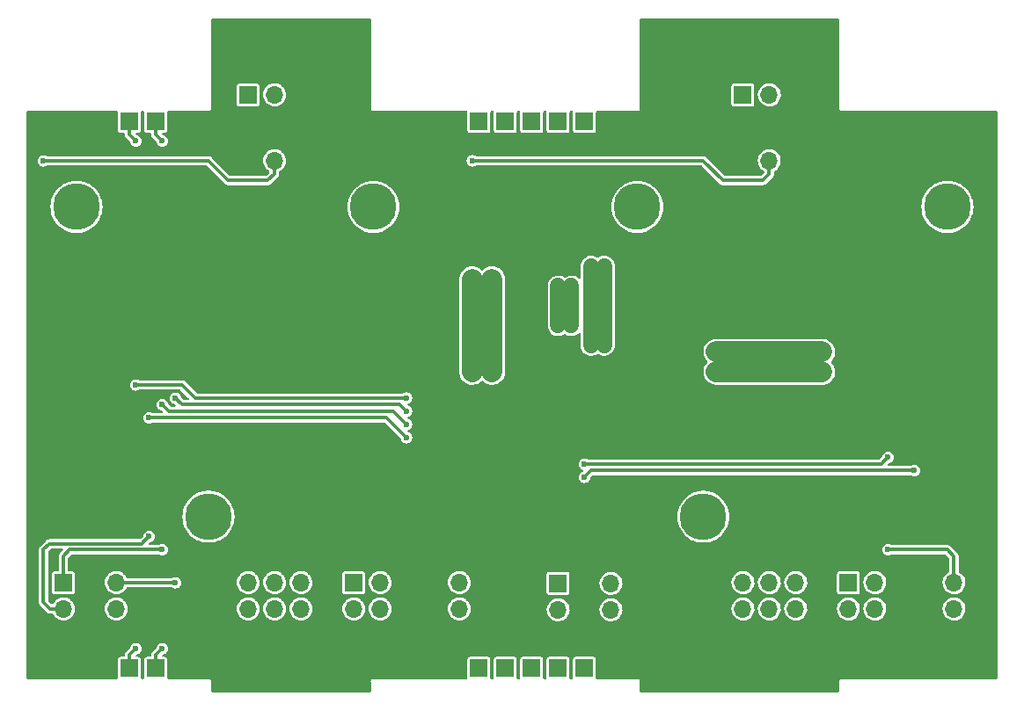
<source format=gbl>
G04 #@! TF.GenerationSoftware,KiCad,Pcbnew,6.0.4+dfsg-1+b1*
G04 #@! TF.CreationDate,2022-04-23T23:39:37+03:00*
G04 #@! TF.ProjectId,yatabaza-bus,79617461-6261-47a6-912d-6275732e6b69,rev?*
G04 #@! TF.SameCoordinates,Original*
G04 #@! TF.FileFunction,Copper,L2,Bot*
G04 #@! TF.FilePolarity,Positive*
%FSLAX46Y46*%
G04 Gerber Fmt 4.6, Leading zero omitted, Abs format (unit mm)*
G04 Created by KiCad (PCBNEW 6.0.4+dfsg-1+b1) date 2022-04-23 23:39:37*
%MOMM*%
%LPD*%
G01*
G04 APERTURE LIST*
G04 #@! TA.AperFunction,ComponentPad*
%ADD10R,1.700000X1.700000*%
G04 #@! TD*
G04 #@! TA.AperFunction,ComponentPad*
%ADD11O,1.700000X1.700000*%
G04 #@! TD*
G04 #@! TA.AperFunction,ConnectorPad*
%ADD12R,1.700000X1.700000*%
G04 #@! TD*
G04 #@! TA.AperFunction,ComponentPad*
%ADD13C,4.500000*%
G04 #@! TD*
G04 #@! TA.AperFunction,ViaPad*
%ADD14C,0.600000*%
G04 #@! TD*
G04 #@! TA.AperFunction,Conductor*
%ADD15C,0.375000*%
G04 #@! TD*
G04 #@! TA.AperFunction,Conductor*
%ADD16C,1.500000*%
G04 #@! TD*
G04 #@! TA.AperFunction,Conductor*
%ADD17C,2.000000*%
G04 #@! TD*
G04 APERTURE END LIST*
D10*
X49530000Y-78740000D03*
D11*
X49530000Y-81280000D03*
X52070000Y-78740000D03*
X52070000Y-81280000D03*
X54610000Y-78740000D03*
X54610000Y-81280000D03*
X57150000Y-78740000D03*
X57150000Y-81280000D03*
X59690000Y-78740000D03*
X59690000Y-81280000D03*
D10*
X97155000Y-78740000D03*
D11*
X97155000Y-81280000D03*
X99695000Y-78740000D03*
X99695000Y-81280000D03*
X102235000Y-78740000D03*
X102235000Y-81280000D03*
X104775000Y-78740000D03*
X104775000Y-81280000D03*
X107315000Y-78740000D03*
X107315000Y-81280000D03*
D10*
X72390000Y-81280000D03*
D11*
X74930000Y-81280000D03*
D10*
X72385000Y-78740000D03*
D11*
X74925000Y-78740000D03*
D10*
X64770000Y-78740000D03*
D11*
X64770000Y-81280000D03*
X67310000Y-78740000D03*
X67310000Y-81280000D03*
D10*
X112390000Y-78740000D03*
D11*
X112390000Y-81280000D03*
X114930000Y-78740000D03*
X114930000Y-81280000D03*
D10*
X120010000Y-81280000D03*
D11*
X122550000Y-81280000D03*
D10*
X120010000Y-78740000D03*
D11*
X122550000Y-78740000D03*
D10*
X36830000Y-78740000D03*
D11*
X36830000Y-81280000D03*
X39370000Y-78740000D03*
X39370000Y-81280000D03*
X41910000Y-78740000D03*
X41910000Y-81280000D03*
D10*
X84455000Y-78800000D03*
D11*
X84455000Y-81340000D03*
X86995000Y-78800000D03*
X86995000Y-81340000D03*
X89535000Y-78800000D03*
X89535000Y-81340000D03*
D10*
X54610000Y-38100000D03*
D11*
X57150000Y-38100000D03*
D10*
X102230000Y-38100000D03*
D11*
X104770000Y-38100000D03*
D12*
X45720000Y-34290000D03*
X43180000Y-34290000D03*
X40640000Y-34290000D03*
X38100000Y-34290000D03*
X86995000Y-34290000D03*
X84455000Y-34290000D03*
X81915000Y-34290000D03*
X79375000Y-34290000D03*
X76835000Y-34290000D03*
X74295000Y-34290000D03*
X71755000Y-34290000D03*
X121920000Y-34290000D03*
X119380000Y-34290000D03*
X116840000Y-34290000D03*
D10*
X54605000Y-31750000D03*
D11*
X57145000Y-31750000D03*
D10*
X102235000Y-31750000D03*
D11*
X104775000Y-31750000D03*
D12*
X45720000Y-86995000D03*
X43180000Y-86995000D03*
X40640000Y-86995000D03*
X38100000Y-86995000D03*
X86995000Y-86995000D03*
X84455000Y-86995000D03*
X81915000Y-86995000D03*
X79375000Y-86995000D03*
X76835000Y-86995000D03*
X74295000Y-86995000D03*
X71755000Y-86995000D03*
X121920000Y-86995000D03*
X119380000Y-86995000D03*
X116840000Y-86995000D03*
D13*
X50800000Y-72390000D03*
X38100000Y-42545000D03*
X66675000Y-42545000D03*
X121920000Y-42545000D03*
X98425000Y-72390000D03*
X92075000Y-42545000D03*
D14*
X43815000Y-85090000D03*
X43815000Y-59690000D03*
X43815000Y-36195000D03*
X69850000Y-60960000D03*
X87630000Y-48260000D03*
X86995000Y-86995000D03*
X87630000Y-55880000D03*
X86995000Y-34290000D03*
X88900000Y-48260000D03*
X88900000Y-55880000D03*
X84455000Y-50165000D03*
X85725000Y-53975000D03*
X84455000Y-53975000D03*
X84455000Y-86995000D03*
X84455000Y-34290000D03*
X85725000Y-50165000D03*
X81915000Y-86995000D03*
X81915000Y-34290000D03*
X74295000Y-34290000D03*
X74295000Y-86995000D03*
X71755000Y-86995000D03*
X71755000Y-34290000D03*
X40640000Y-86995000D03*
X40640000Y-34290000D03*
X119380000Y-34290000D03*
X119380000Y-86995000D03*
X45085000Y-74295000D03*
X45085000Y-62865000D03*
X69850000Y-64770000D03*
X46355000Y-85090000D03*
X46355000Y-36195000D03*
X46355000Y-61595000D03*
X46355000Y-75565000D03*
X69850000Y-63500000D03*
X47625000Y-78740000D03*
X69850000Y-62230000D03*
X47625000Y-60960000D03*
X86995000Y-68580000D03*
X118745000Y-67945000D03*
X86995000Y-67310000D03*
X116205000Y-75565000D03*
X116205000Y-66675000D03*
X109855000Y-56515000D03*
X79375000Y-34290000D03*
X78105000Y-58420000D03*
X109855000Y-58420000D03*
X76200000Y-58420000D03*
X76835000Y-34290000D03*
X99695000Y-56515000D03*
X76835000Y-86995000D03*
X79375000Y-86995000D03*
X78105000Y-49530000D03*
X76200000Y-49530000D03*
X99695000Y-58420000D03*
X34925000Y-38100000D03*
X76200000Y-38100000D03*
D15*
X43815000Y-36195000D02*
X43180000Y-35560000D01*
X43815000Y-85090000D02*
X43180000Y-85725000D01*
X43180000Y-85725000D02*
X43180000Y-86995000D01*
X69850000Y-60960000D02*
X49530000Y-60960000D01*
X48260000Y-59690000D02*
X43815000Y-59690000D01*
X48260000Y-59690000D02*
X49530000Y-60960000D01*
X43180000Y-34290000D02*
X43180000Y-35560000D01*
D16*
X87630000Y-55880000D02*
X87630000Y-48260000D01*
X88900000Y-55880000D02*
X88900000Y-48260000D01*
X85725000Y-53975000D02*
X85725000Y-50165000D01*
X84455000Y-53975000D02*
X84455000Y-50165000D01*
D15*
X35560000Y-81280000D02*
X34925000Y-80645000D01*
X34925000Y-80645000D02*
X34925000Y-75565000D01*
X34925000Y-75565000D02*
X35500002Y-74989998D01*
X35500002Y-74989998D02*
X44390002Y-74989998D01*
X44390002Y-74989998D02*
X45085000Y-74295000D01*
X36830000Y-81280000D02*
X35560000Y-81280000D01*
X67945000Y-62865000D02*
X69850000Y-64770000D01*
X45085000Y-62865000D02*
X67945000Y-62865000D01*
X45720000Y-35560000D02*
X46355000Y-36195000D01*
X46355000Y-85090000D02*
X45720000Y-85725000D01*
X45720000Y-85725000D02*
X45720000Y-86995000D01*
X36830000Y-78740000D02*
X36830000Y-76200000D01*
X36830000Y-76200000D02*
X37465000Y-75565000D01*
X37465000Y-75565000D02*
X46355000Y-75565000D01*
X69850000Y-63500000D02*
X68580000Y-62230000D01*
X46990000Y-62230000D02*
X46355000Y-61595000D01*
X46990000Y-62230000D02*
X68580000Y-62230000D01*
X45720000Y-34290000D02*
X45720000Y-35560000D01*
X69850000Y-62230000D02*
X69215000Y-61595000D01*
X69215000Y-61595000D02*
X48260000Y-61595000D01*
X47625000Y-60960000D02*
X48260000Y-61595000D01*
X41910000Y-78740000D02*
X47625000Y-78740000D01*
X87630000Y-67945000D02*
X118745000Y-67945000D01*
X86995000Y-68580000D02*
X87630000Y-67945000D01*
X122555000Y-76200000D02*
X121920000Y-75565000D01*
X121920000Y-75565000D02*
X116205000Y-75565000D01*
X86995000Y-67310000D02*
X115570000Y-67310000D01*
X122555000Y-76200000D02*
X122555000Y-78740000D01*
X116205000Y-66675000D02*
X115570000Y-67310000D01*
D17*
X78105000Y-49530000D02*
X78105000Y-58420000D01*
X76200000Y-58420000D02*
X76200000Y-49530000D01*
X99695000Y-56515000D02*
X109855000Y-56515000D01*
X99695000Y-58420000D02*
X109855000Y-58420000D01*
D15*
X98425000Y-38100000D02*
X100330000Y-40005000D01*
X100330000Y-40005000D02*
X104140000Y-40005000D01*
X104140000Y-40005000D02*
X104775000Y-39370000D01*
X104775000Y-39370000D02*
X104775000Y-38100000D01*
X50800000Y-38100000D02*
X34925000Y-38100000D01*
X50800000Y-38100000D02*
X52705000Y-40005000D01*
X52705000Y-40005000D02*
X56515000Y-40005000D01*
X56515000Y-40005000D02*
X57150000Y-39370000D01*
X57150000Y-38100000D02*
X57150000Y-39370000D01*
X76200000Y-38100000D02*
X98425000Y-38100000D01*
G04 #@! TA.AperFunction,Conductor*
G36*
X66366621Y-24400502D02*
G01*
X66413114Y-24454158D01*
X66424500Y-24506500D01*
X66424500Y-32982915D01*
X66422079Y-33007496D01*
X66419592Y-33020000D01*
X66424500Y-33044674D01*
X66439034Y-33117740D01*
X66494399Y-33200601D01*
X66577260Y-33255966D01*
X66675000Y-33275408D01*
X66687171Y-33272987D01*
X66687172Y-33272987D01*
X66687504Y-33272921D01*
X66712085Y-33270500D01*
X75610354Y-33270500D01*
X75678475Y-33290502D01*
X75724968Y-33344158D01*
X75735747Y-33408849D01*
X75735706Y-33409261D01*
X75734500Y-33415326D01*
X75734500Y-35164674D01*
X75749034Y-35237740D01*
X75804399Y-35320601D01*
X75887260Y-35375966D01*
X75960326Y-35390500D01*
X77709674Y-35390500D01*
X77782740Y-35375966D01*
X77865601Y-35320601D01*
X77920966Y-35237740D01*
X77935500Y-35164674D01*
X77935500Y-33415326D01*
X77934294Y-33409261D01*
X77934253Y-33408849D01*
X77947482Y-33339096D01*
X77996323Y-33287568D01*
X78059646Y-33270500D01*
X78150354Y-33270500D01*
X78218475Y-33290502D01*
X78264968Y-33344158D01*
X78275747Y-33408849D01*
X78275706Y-33409261D01*
X78274500Y-33415326D01*
X78274500Y-35164674D01*
X78289034Y-35237740D01*
X78344399Y-35320601D01*
X78427260Y-35375966D01*
X78500326Y-35390500D01*
X80249674Y-35390500D01*
X80322740Y-35375966D01*
X80405601Y-35320601D01*
X80460966Y-35237740D01*
X80475500Y-35164674D01*
X80475500Y-33415326D01*
X80474294Y-33409261D01*
X80474253Y-33408849D01*
X80487482Y-33339096D01*
X80536323Y-33287568D01*
X80599646Y-33270500D01*
X80690354Y-33270500D01*
X80758475Y-33290502D01*
X80804968Y-33344158D01*
X80815747Y-33408849D01*
X80815706Y-33409261D01*
X80814500Y-33415326D01*
X80814500Y-35164674D01*
X80829034Y-35237740D01*
X80884399Y-35320601D01*
X80967260Y-35375966D01*
X81040326Y-35390500D01*
X82789674Y-35390500D01*
X82862740Y-35375966D01*
X82945601Y-35320601D01*
X83000966Y-35237740D01*
X83015500Y-35164674D01*
X83015500Y-33415326D01*
X83014294Y-33409261D01*
X83014253Y-33408849D01*
X83027482Y-33339096D01*
X83076323Y-33287568D01*
X83139646Y-33270500D01*
X83230354Y-33270500D01*
X83298475Y-33290502D01*
X83344968Y-33344158D01*
X83355747Y-33408849D01*
X83355706Y-33409261D01*
X83354500Y-33415326D01*
X83354500Y-35164674D01*
X83369034Y-35237740D01*
X83424399Y-35320601D01*
X83507260Y-35375966D01*
X83580326Y-35390500D01*
X85329674Y-35390500D01*
X85402740Y-35375966D01*
X85485601Y-35320601D01*
X85540966Y-35237740D01*
X85555500Y-35164674D01*
X85555500Y-33415326D01*
X85554294Y-33409261D01*
X85554253Y-33408849D01*
X85567482Y-33339096D01*
X85616323Y-33287568D01*
X85679646Y-33270500D01*
X85770354Y-33270500D01*
X85838475Y-33290502D01*
X85884968Y-33344158D01*
X85895747Y-33408849D01*
X85895706Y-33409261D01*
X85894500Y-33415326D01*
X85894500Y-35164674D01*
X85909034Y-35237740D01*
X85964399Y-35320601D01*
X86047260Y-35375966D01*
X86120326Y-35390500D01*
X87869674Y-35390500D01*
X87942740Y-35375966D01*
X88025601Y-35320601D01*
X88080966Y-35237740D01*
X88095500Y-35164674D01*
X88095500Y-33415326D01*
X88094294Y-33409261D01*
X88094253Y-33408849D01*
X88107482Y-33339096D01*
X88156323Y-33287568D01*
X88219646Y-33270500D01*
X92037915Y-33270500D01*
X92062496Y-33272921D01*
X92062828Y-33272987D01*
X92062829Y-33272987D01*
X92075000Y-33275408D01*
X92172740Y-33255966D01*
X92255601Y-33200601D01*
X92310966Y-33117740D01*
X92325500Y-33044674D01*
X92330408Y-33020000D01*
X92327921Y-33007496D01*
X92325500Y-32982915D01*
X92325500Y-32624674D01*
X101134500Y-32624674D01*
X101149034Y-32697740D01*
X101204399Y-32780601D01*
X101287260Y-32835966D01*
X101360326Y-32850500D01*
X103109674Y-32850500D01*
X103182740Y-32835966D01*
X103265601Y-32780601D01*
X103320966Y-32697740D01*
X103335500Y-32624674D01*
X103335500Y-31721069D01*
X103670164Y-31721069D01*
X103683392Y-31922894D01*
X103733178Y-32118928D01*
X103817856Y-32302607D01*
X103934588Y-32467780D01*
X104079466Y-32608913D01*
X104247637Y-32721282D01*
X104252940Y-32723560D01*
X104252943Y-32723562D01*
X104428163Y-32798842D01*
X104433470Y-32801122D01*
X104630740Y-32845760D01*
X104636509Y-32845987D01*
X104636512Y-32845987D01*
X104712683Y-32848979D01*
X104832842Y-32853700D01*
X104919132Y-32841189D01*
X105027286Y-32825508D01*
X105027291Y-32825507D01*
X105033007Y-32824678D01*
X105038479Y-32822820D01*
X105038481Y-32822820D01*
X105219067Y-32761519D01*
X105219069Y-32761518D01*
X105224531Y-32759664D01*
X105401001Y-32660837D01*
X105463433Y-32608913D01*
X105552073Y-32535191D01*
X105556505Y-32531505D01*
X105685837Y-32376001D01*
X105784664Y-32199531D01*
X105849678Y-32008007D01*
X105850507Y-32002291D01*
X105850508Y-32002286D01*
X105878167Y-31811516D01*
X105878700Y-31807842D01*
X105880215Y-31750000D01*
X105861708Y-31548591D01*
X105806807Y-31353926D01*
X105717351Y-31172527D01*
X105699079Y-31148057D01*
X105599788Y-31015091D01*
X105599787Y-31015090D01*
X105596335Y-31010467D01*
X105573350Y-30989220D01*
X105452053Y-30877094D01*
X105452051Y-30877092D01*
X105447812Y-30873174D01*
X105420374Y-30855862D01*
X105281637Y-30768325D01*
X105276757Y-30765246D01*
X105088898Y-30690298D01*
X104890526Y-30650839D01*
X104884752Y-30650763D01*
X104884748Y-30650763D01*
X104782257Y-30649422D01*
X104688286Y-30648192D01*
X104682589Y-30649171D01*
X104682588Y-30649171D01*
X104494646Y-30681465D01*
X104494645Y-30681465D01*
X104488949Y-30682444D01*
X104299193Y-30752449D01*
X104125371Y-30855862D01*
X103973305Y-30989220D01*
X103848089Y-31148057D01*
X103753914Y-31327053D01*
X103693937Y-31520213D01*
X103670164Y-31721069D01*
X103335500Y-31721069D01*
X103335500Y-30875326D01*
X103320966Y-30802260D01*
X103265601Y-30719399D01*
X103182740Y-30664034D01*
X103109674Y-30649500D01*
X101360326Y-30649500D01*
X101287260Y-30664034D01*
X101204399Y-30719399D01*
X101149034Y-30802260D01*
X101134500Y-30875326D01*
X101134500Y-32624674D01*
X92325500Y-32624674D01*
X92325500Y-24506500D01*
X92345502Y-24438379D01*
X92399158Y-24391886D01*
X92451500Y-24380500D01*
X111383500Y-24380500D01*
X111451621Y-24400502D01*
X111498114Y-24454158D01*
X111509500Y-24506500D01*
X111509500Y-32982915D01*
X111507079Y-33007496D01*
X111504592Y-33020000D01*
X111509500Y-33044674D01*
X111524034Y-33117740D01*
X111579399Y-33200601D01*
X111662260Y-33255966D01*
X111760000Y-33275408D01*
X111772171Y-33272987D01*
X111772172Y-33272987D01*
X111772504Y-33272921D01*
X111797085Y-33270500D01*
X126623500Y-33270500D01*
X126691621Y-33290502D01*
X126738114Y-33344158D01*
X126749500Y-33396500D01*
X126749500Y-87888500D01*
X126729498Y-87956621D01*
X126675842Y-88003114D01*
X126623500Y-88014500D01*
X111797085Y-88014500D01*
X111772504Y-88012079D01*
X111772172Y-88012013D01*
X111772171Y-88012013D01*
X111760000Y-88009592D01*
X111735326Y-88014500D01*
X111662260Y-88029034D01*
X111579399Y-88084399D01*
X111524034Y-88167260D01*
X111504592Y-88265000D01*
X111507013Y-88277171D01*
X111507013Y-88277172D01*
X111507079Y-88277504D01*
X111509500Y-88302085D01*
X111509500Y-89158500D01*
X111489498Y-89226621D01*
X111435842Y-89273114D01*
X111383500Y-89284500D01*
X92451500Y-89284500D01*
X92383379Y-89264498D01*
X92336886Y-89210842D01*
X92325500Y-89158500D01*
X92325500Y-88302085D01*
X92327921Y-88277504D01*
X92327987Y-88277172D01*
X92327987Y-88277171D01*
X92330408Y-88265000D01*
X92310966Y-88167260D01*
X92255601Y-88084399D01*
X92172740Y-88029034D01*
X92099674Y-88014500D01*
X92075000Y-88009592D01*
X92062829Y-88012013D01*
X92062828Y-88012013D01*
X92062496Y-88012079D01*
X92037915Y-88014500D01*
X88219646Y-88014500D01*
X88151525Y-87994498D01*
X88105032Y-87940842D01*
X88094253Y-87876151D01*
X88094294Y-87875739D01*
X88095500Y-87869674D01*
X88095500Y-86120326D01*
X88080966Y-86047260D01*
X88025601Y-85964399D01*
X87942740Y-85909034D01*
X87869674Y-85894500D01*
X86120326Y-85894500D01*
X86047260Y-85909034D01*
X85964399Y-85964399D01*
X85909034Y-86047260D01*
X85894500Y-86120326D01*
X85894500Y-87869674D01*
X85895706Y-87875739D01*
X85895747Y-87876151D01*
X85882518Y-87945904D01*
X85833677Y-87997432D01*
X85770354Y-88014500D01*
X85679646Y-88014500D01*
X85611525Y-87994498D01*
X85565032Y-87940842D01*
X85554253Y-87876151D01*
X85554294Y-87875739D01*
X85555500Y-87869674D01*
X85555500Y-86120326D01*
X85540966Y-86047260D01*
X85485601Y-85964399D01*
X85402740Y-85909034D01*
X85329674Y-85894500D01*
X83580326Y-85894500D01*
X83507260Y-85909034D01*
X83424399Y-85964399D01*
X83369034Y-86047260D01*
X83354500Y-86120326D01*
X83354500Y-87869674D01*
X83355706Y-87875739D01*
X83355747Y-87876151D01*
X83342518Y-87945904D01*
X83293677Y-87997432D01*
X83230354Y-88014500D01*
X83139646Y-88014500D01*
X83071525Y-87994498D01*
X83025032Y-87940842D01*
X83014253Y-87876151D01*
X83014294Y-87875739D01*
X83015500Y-87869674D01*
X83015500Y-86120326D01*
X83000966Y-86047260D01*
X82945601Y-85964399D01*
X82862740Y-85909034D01*
X82789674Y-85894500D01*
X81040326Y-85894500D01*
X80967260Y-85909034D01*
X80884399Y-85964399D01*
X80829034Y-86047260D01*
X80814500Y-86120326D01*
X80814500Y-87869674D01*
X80815706Y-87875739D01*
X80815747Y-87876151D01*
X80802518Y-87945904D01*
X80753677Y-87997432D01*
X80690354Y-88014500D01*
X80599646Y-88014500D01*
X80531525Y-87994498D01*
X80485032Y-87940842D01*
X80474253Y-87876151D01*
X80474294Y-87875739D01*
X80475500Y-87869674D01*
X80475500Y-86120326D01*
X80460966Y-86047260D01*
X80405601Y-85964399D01*
X80322740Y-85909034D01*
X80249674Y-85894500D01*
X78500326Y-85894500D01*
X78427260Y-85909034D01*
X78344399Y-85964399D01*
X78289034Y-86047260D01*
X78274500Y-86120326D01*
X78274500Y-87869674D01*
X78275706Y-87875739D01*
X78275747Y-87876151D01*
X78262518Y-87945904D01*
X78213677Y-87997432D01*
X78150354Y-88014500D01*
X78059646Y-88014500D01*
X77991525Y-87994498D01*
X77945032Y-87940842D01*
X77934253Y-87876151D01*
X77934294Y-87875739D01*
X77935500Y-87869674D01*
X77935500Y-86120326D01*
X77920966Y-86047260D01*
X77865601Y-85964399D01*
X77782740Y-85909034D01*
X77709674Y-85894500D01*
X75960326Y-85894500D01*
X75887260Y-85909034D01*
X75804399Y-85964399D01*
X75749034Y-86047260D01*
X75734500Y-86120326D01*
X75734500Y-87869674D01*
X75735706Y-87875739D01*
X75735747Y-87876151D01*
X75722518Y-87945904D01*
X75673677Y-87997432D01*
X75610354Y-88014500D01*
X66712085Y-88014500D01*
X66687504Y-88012079D01*
X66687172Y-88012013D01*
X66687171Y-88012013D01*
X66675000Y-88009592D01*
X66650326Y-88014500D01*
X66577260Y-88029034D01*
X66494399Y-88084399D01*
X66439034Y-88167260D01*
X66419592Y-88265000D01*
X66422013Y-88277171D01*
X66422013Y-88277172D01*
X66422079Y-88277504D01*
X66424500Y-88302085D01*
X66424500Y-89158500D01*
X66404498Y-89226621D01*
X66350842Y-89273114D01*
X66298500Y-89284500D01*
X51176500Y-89284500D01*
X51108379Y-89264498D01*
X51061886Y-89210842D01*
X51050500Y-89158500D01*
X51050500Y-88302085D01*
X51052921Y-88277504D01*
X51052987Y-88277172D01*
X51052987Y-88277171D01*
X51055408Y-88265000D01*
X51035966Y-88167260D01*
X50980601Y-88084399D01*
X50897740Y-88029034D01*
X50824674Y-88014500D01*
X50800000Y-88009592D01*
X50787829Y-88012013D01*
X50787828Y-88012013D01*
X50787496Y-88012079D01*
X50762915Y-88014500D01*
X46944646Y-88014500D01*
X46876525Y-87994498D01*
X46830032Y-87940842D01*
X46819253Y-87876151D01*
X46819294Y-87875739D01*
X46820500Y-87869674D01*
X46820500Y-86120326D01*
X46805966Y-86047260D01*
X46750601Y-85964399D01*
X46667740Y-85909034D01*
X46594674Y-85894500D01*
X46474116Y-85894500D01*
X46405995Y-85874498D01*
X46359502Y-85820842D01*
X46349398Y-85750568D01*
X46378892Y-85685988D01*
X46385021Y-85679405D01*
X46398662Y-85665764D01*
X46460974Y-85631738D01*
X46471311Y-85629937D01*
X46498709Y-85626330D01*
X46632625Y-85570861D01*
X46747621Y-85482621D01*
X46835861Y-85367625D01*
X46891330Y-85233709D01*
X46910250Y-85090000D01*
X46891330Y-84946291D01*
X46835861Y-84812375D01*
X46747621Y-84697379D01*
X46632625Y-84609139D01*
X46498709Y-84553670D01*
X46355000Y-84534750D01*
X46211291Y-84553670D01*
X46077375Y-84609139D01*
X45962379Y-84697379D01*
X45874139Y-84812375D01*
X45818670Y-84946291D01*
X45817592Y-84954480D01*
X45817592Y-84954481D01*
X45815063Y-84973689D01*
X45786341Y-85038617D01*
X45779236Y-85046339D01*
X45433954Y-85391621D01*
X45422865Y-85401475D01*
X45397106Y-85421782D01*
X45364681Y-85468697D01*
X45362413Y-85471870D01*
X45328539Y-85517731D01*
X45326213Y-85524354D01*
X45322221Y-85530130D01*
X45305009Y-85584556D01*
X45303791Y-85588203D01*
X45284899Y-85642000D01*
X45284623Y-85649013D01*
X45282506Y-85655708D01*
X45282000Y-85662138D01*
X45282000Y-85713304D01*
X45281903Y-85718252D01*
X45279734Y-85773448D01*
X45257072Y-85840730D01*
X45201633Y-85885081D01*
X45153831Y-85894500D01*
X44845326Y-85894500D01*
X44772260Y-85909034D01*
X44689399Y-85964399D01*
X44634034Y-86047260D01*
X44619500Y-86120326D01*
X44619500Y-87869674D01*
X44620706Y-87875739D01*
X44620747Y-87876151D01*
X44607518Y-87945904D01*
X44558677Y-87997432D01*
X44495354Y-88014500D01*
X44404646Y-88014500D01*
X44336525Y-87994498D01*
X44290032Y-87940842D01*
X44279253Y-87876151D01*
X44279294Y-87875739D01*
X44280500Y-87869674D01*
X44280500Y-86120326D01*
X44265966Y-86047260D01*
X44210601Y-85964399D01*
X44127740Y-85909034D01*
X44054674Y-85894500D01*
X43934116Y-85894500D01*
X43865995Y-85874498D01*
X43819502Y-85820842D01*
X43809398Y-85750568D01*
X43838892Y-85685988D01*
X43845021Y-85679405D01*
X43858662Y-85665764D01*
X43920974Y-85631738D01*
X43931311Y-85629937D01*
X43958709Y-85626330D01*
X44092625Y-85570861D01*
X44207621Y-85482621D01*
X44295861Y-85367625D01*
X44351330Y-85233709D01*
X44370250Y-85090000D01*
X44351330Y-84946291D01*
X44295861Y-84812375D01*
X44207621Y-84697379D01*
X44092625Y-84609139D01*
X43958709Y-84553670D01*
X43815000Y-84534750D01*
X43671291Y-84553670D01*
X43537375Y-84609139D01*
X43422379Y-84697379D01*
X43334139Y-84812375D01*
X43278670Y-84946291D01*
X43277592Y-84954480D01*
X43277592Y-84954481D01*
X43275063Y-84973689D01*
X43246341Y-85038617D01*
X43239236Y-85046339D01*
X42893954Y-85391621D01*
X42882865Y-85401475D01*
X42857106Y-85421782D01*
X42824681Y-85468697D01*
X42822413Y-85471870D01*
X42788539Y-85517731D01*
X42786213Y-85524354D01*
X42782221Y-85530130D01*
X42765009Y-85584556D01*
X42763791Y-85588203D01*
X42744899Y-85642000D01*
X42744623Y-85649013D01*
X42742506Y-85655708D01*
X42742000Y-85662138D01*
X42742000Y-85713304D01*
X42741903Y-85718252D01*
X42739734Y-85773448D01*
X42717072Y-85840730D01*
X42661633Y-85885081D01*
X42613831Y-85894500D01*
X42305326Y-85894500D01*
X42232260Y-85909034D01*
X42149399Y-85964399D01*
X42094034Y-86047260D01*
X42079500Y-86120326D01*
X42079500Y-87869674D01*
X42080706Y-87875739D01*
X42080747Y-87876151D01*
X42067518Y-87945904D01*
X42018677Y-87997432D01*
X41955354Y-88014500D01*
X33396500Y-88014500D01*
X33328379Y-87994498D01*
X33281886Y-87940842D01*
X33270500Y-87888500D01*
X33270500Y-80658913D01*
X34482272Y-80658913D01*
X34483964Y-80668177D01*
X34483964Y-80668181D01*
X34492507Y-80714961D01*
X34493157Y-80718862D01*
X34501634Y-80775244D01*
X34504673Y-80781572D01*
X34505934Y-80788478D01*
X34510277Y-80796838D01*
X34510277Y-80796839D01*
X34532214Y-80839069D01*
X34533983Y-80842610D01*
X34553823Y-80883926D01*
X34558647Y-80893973D01*
X34563411Y-80899127D01*
X34566648Y-80905358D01*
X34570837Y-80910263D01*
X34607023Y-80946449D01*
X34610452Y-80950015D01*
X34648051Y-80990689D01*
X34654266Y-80994299D01*
X34660085Y-80999510D01*
X35226624Y-81566050D01*
X35236475Y-81577136D01*
X35256782Y-81602894D01*
X35264527Y-81608247D01*
X35264528Y-81608248D01*
X35303649Y-81635286D01*
X35306870Y-81637588D01*
X35345150Y-81665863D01*
X35345156Y-81665866D01*
X35352732Y-81671462D01*
X35359356Y-81673788D01*
X35365130Y-81677779D01*
X35409173Y-81691708D01*
X35419477Y-81694967D01*
X35423229Y-81696219D01*
X35459421Y-81708928D01*
X35477000Y-81715101D01*
X35484013Y-81715377D01*
X35490708Y-81717494D01*
X35497138Y-81718000D01*
X35548304Y-81718000D01*
X35553251Y-81718097D01*
X35608607Y-81720272D01*
X35615555Y-81718430D01*
X35623362Y-81718000D01*
X35739364Y-81718000D01*
X35807485Y-81738002D01*
X35853790Y-81791250D01*
X35872856Y-81832607D01*
X35989588Y-81997780D01*
X36134466Y-82138913D01*
X36302637Y-82251282D01*
X36307940Y-82253560D01*
X36307943Y-82253562D01*
X36442291Y-82311282D01*
X36488470Y-82331122D01*
X36685740Y-82375760D01*
X36691509Y-82375987D01*
X36691512Y-82375987D01*
X36767683Y-82378979D01*
X36887842Y-82383700D01*
X36974132Y-82371189D01*
X37082286Y-82355508D01*
X37082291Y-82355507D01*
X37088007Y-82354678D01*
X37093479Y-82352820D01*
X37093481Y-82352820D01*
X37274067Y-82291519D01*
X37274069Y-82291518D01*
X37279531Y-82289664D01*
X37456001Y-82190837D01*
X37518433Y-82138913D01*
X37607073Y-82065191D01*
X37611505Y-82061505D01*
X37740837Y-81906001D01*
X37839664Y-81729531D01*
X37843546Y-81718097D01*
X37902820Y-81543481D01*
X37902820Y-81543479D01*
X37904678Y-81538007D01*
X37905507Y-81532291D01*
X37905508Y-81532286D01*
X37933167Y-81341516D01*
X37933700Y-81337842D01*
X37935215Y-81280000D01*
X37932557Y-81251069D01*
X40805164Y-81251069D01*
X40818392Y-81452894D01*
X40819815Y-81458496D01*
X40857847Y-81608248D01*
X40868178Y-81648928D01*
X40952856Y-81832607D01*
X41069588Y-81997780D01*
X41214466Y-82138913D01*
X41382637Y-82251282D01*
X41387940Y-82253560D01*
X41387943Y-82253562D01*
X41522291Y-82311282D01*
X41568470Y-82331122D01*
X41765740Y-82375760D01*
X41771509Y-82375987D01*
X41771512Y-82375987D01*
X41847683Y-82378979D01*
X41967842Y-82383700D01*
X42054132Y-82371189D01*
X42162286Y-82355508D01*
X42162291Y-82355507D01*
X42168007Y-82354678D01*
X42173479Y-82352820D01*
X42173481Y-82352820D01*
X42354067Y-82291519D01*
X42354069Y-82291518D01*
X42359531Y-82289664D01*
X42536001Y-82190837D01*
X42598433Y-82138913D01*
X42687073Y-82065191D01*
X42691505Y-82061505D01*
X42820837Y-81906001D01*
X42919664Y-81729531D01*
X42923546Y-81718097D01*
X42982820Y-81543481D01*
X42982820Y-81543479D01*
X42984678Y-81538007D01*
X42985507Y-81532291D01*
X42985508Y-81532286D01*
X43013167Y-81341516D01*
X43013700Y-81337842D01*
X43015215Y-81280000D01*
X43012557Y-81251069D01*
X53505164Y-81251069D01*
X53518392Y-81452894D01*
X53519815Y-81458496D01*
X53557847Y-81608248D01*
X53568178Y-81648928D01*
X53652856Y-81832607D01*
X53769588Y-81997780D01*
X53914466Y-82138913D01*
X54082637Y-82251282D01*
X54087940Y-82253560D01*
X54087943Y-82253562D01*
X54222291Y-82311282D01*
X54268470Y-82331122D01*
X54465740Y-82375760D01*
X54471509Y-82375987D01*
X54471512Y-82375987D01*
X54547683Y-82378979D01*
X54667842Y-82383700D01*
X54754132Y-82371189D01*
X54862286Y-82355508D01*
X54862291Y-82355507D01*
X54868007Y-82354678D01*
X54873479Y-82352820D01*
X54873481Y-82352820D01*
X55054067Y-82291519D01*
X55054069Y-82291518D01*
X55059531Y-82289664D01*
X55236001Y-82190837D01*
X55298433Y-82138913D01*
X55387073Y-82065191D01*
X55391505Y-82061505D01*
X55520837Y-81906001D01*
X55619664Y-81729531D01*
X55623546Y-81718097D01*
X55682820Y-81543481D01*
X55682820Y-81543479D01*
X55684678Y-81538007D01*
X55685507Y-81532291D01*
X55685508Y-81532286D01*
X55713167Y-81341516D01*
X55713700Y-81337842D01*
X55715215Y-81280000D01*
X55712557Y-81251069D01*
X56045164Y-81251069D01*
X56058392Y-81452894D01*
X56059815Y-81458496D01*
X56097847Y-81608248D01*
X56108178Y-81648928D01*
X56192856Y-81832607D01*
X56309588Y-81997780D01*
X56454466Y-82138913D01*
X56622637Y-82251282D01*
X56627940Y-82253560D01*
X56627943Y-82253562D01*
X56762291Y-82311282D01*
X56808470Y-82331122D01*
X57005740Y-82375760D01*
X57011509Y-82375987D01*
X57011512Y-82375987D01*
X57087683Y-82378979D01*
X57207842Y-82383700D01*
X57294132Y-82371189D01*
X57402286Y-82355508D01*
X57402291Y-82355507D01*
X57408007Y-82354678D01*
X57413479Y-82352820D01*
X57413481Y-82352820D01*
X57594067Y-82291519D01*
X57594069Y-82291518D01*
X57599531Y-82289664D01*
X57776001Y-82190837D01*
X57838433Y-82138913D01*
X57927073Y-82065191D01*
X57931505Y-82061505D01*
X58060837Y-81906001D01*
X58159664Y-81729531D01*
X58163546Y-81718097D01*
X58222820Y-81543481D01*
X58222820Y-81543479D01*
X58224678Y-81538007D01*
X58225507Y-81532291D01*
X58225508Y-81532286D01*
X58253167Y-81341516D01*
X58253700Y-81337842D01*
X58255215Y-81280000D01*
X58252557Y-81251069D01*
X58585164Y-81251069D01*
X58598392Y-81452894D01*
X58599815Y-81458496D01*
X58637847Y-81608248D01*
X58648178Y-81648928D01*
X58732856Y-81832607D01*
X58849588Y-81997780D01*
X58994466Y-82138913D01*
X59162637Y-82251282D01*
X59167940Y-82253560D01*
X59167943Y-82253562D01*
X59302291Y-82311282D01*
X59348470Y-82331122D01*
X59545740Y-82375760D01*
X59551509Y-82375987D01*
X59551512Y-82375987D01*
X59627683Y-82378979D01*
X59747842Y-82383700D01*
X59834132Y-82371189D01*
X59942286Y-82355508D01*
X59942291Y-82355507D01*
X59948007Y-82354678D01*
X59953479Y-82352820D01*
X59953481Y-82352820D01*
X60134067Y-82291519D01*
X60134069Y-82291518D01*
X60139531Y-82289664D01*
X60316001Y-82190837D01*
X60378433Y-82138913D01*
X60467073Y-82065191D01*
X60471505Y-82061505D01*
X60600837Y-81906001D01*
X60699664Y-81729531D01*
X60703546Y-81718097D01*
X60762820Y-81543481D01*
X60762820Y-81543479D01*
X60764678Y-81538007D01*
X60765507Y-81532291D01*
X60765508Y-81532286D01*
X60793167Y-81341516D01*
X60793700Y-81337842D01*
X60795215Y-81280000D01*
X60792557Y-81251069D01*
X63665164Y-81251069D01*
X63678392Y-81452894D01*
X63679815Y-81458496D01*
X63717847Y-81608248D01*
X63728178Y-81648928D01*
X63812856Y-81832607D01*
X63929588Y-81997780D01*
X64074466Y-82138913D01*
X64242637Y-82251282D01*
X64247940Y-82253560D01*
X64247943Y-82253562D01*
X64382291Y-82311282D01*
X64428470Y-82331122D01*
X64625740Y-82375760D01*
X64631509Y-82375987D01*
X64631512Y-82375987D01*
X64707683Y-82378979D01*
X64827842Y-82383700D01*
X64914132Y-82371189D01*
X65022286Y-82355508D01*
X65022291Y-82355507D01*
X65028007Y-82354678D01*
X65033479Y-82352820D01*
X65033481Y-82352820D01*
X65214067Y-82291519D01*
X65214069Y-82291518D01*
X65219531Y-82289664D01*
X65396001Y-82190837D01*
X65458433Y-82138913D01*
X65547073Y-82065191D01*
X65551505Y-82061505D01*
X65680837Y-81906001D01*
X65779664Y-81729531D01*
X65783546Y-81718097D01*
X65842820Y-81543481D01*
X65842820Y-81543479D01*
X65844678Y-81538007D01*
X65845507Y-81532291D01*
X65845508Y-81532286D01*
X65873167Y-81341516D01*
X65873700Y-81337842D01*
X65875215Y-81280000D01*
X65872557Y-81251069D01*
X66205164Y-81251069D01*
X66218392Y-81452894D01*
X66219815Y-81458496D01*
X66257847Y-81608248D01*
X66268178Y-81648928D01*
X66352856Y-81832607D01*
X66469588Y-81997780D01*
X66614466Y-82138913D01*
X66782637Y-82251282D01*
X66787940Y-82253560D01*
X66787943Y-82253562D01*
X66922291Y-82311282D01*
X66968470Y-82331122D01*
X67165740Y-82375760D01*
X67171509Y-82375987D01*
X67171512Y-82375987D01*
X67247683Y-82378979D01*
X67367842Y-82383700D01*
X67454132Y-82371189D01*
X67562286Y-82355508D01*
X67562291Y-82355507D01*
X67568007Y-82354678D01*
X67573479Y-82352820D01*
X67573481Y-82352820D01*
X67754067Y-82291519D01*
X67754069Y-82291518D01*
X67759531Y-82289664D01*
X67936001Y-82190837D01*
X67998433Y-82138913D01*
X68087073Y-82065191D01*
X68091505Y-82061505D01*
X68220837Y-81906001D01*
X68319664Y-81729531D01*
X68323546Y-81718097D01*
X68382820Y-81543481D01*
X68382820Y-81543479D01*
X68384678Y-81538007D01*
X68385507Y-81532291D01*
X68385508Y-81532286D01*
X68413167Y-81341516D01*
X68413700Y-81337842D01*
X68415215Y-81280000D01*
X68412557Y-81251069D01*
X73825164Y-81251069D01*
X73838392Y-81452894D01*
X73839815Y-81458496D01*
X73877847Y-81608248D01*
X73888178Y-81648928D01*
X73972856Y-81832607D01*
X74089588Y-81997780D01*
X74234466Y-82138913D01*
X74402637Y-82251282D01*
X74407940Y-82253560D01*
X74407943Y-82253562D01*
X74542291Y-82311282D01*
X74588470Y-82331122D01*
X74785740Y-82375760D01*
X74791509Y-82375987D01*
X74791512Y-82375987D01*
X74867683Y-82378979D01*
X74987842Y-82383700D01*
X75074132Y-82371189D01*
X75182286Y-82355508D01*
X75182291Y-82355507D01*
X75188007Y-82354678D01*
X75193479Y-82352820D01*
X75193481Y-82352820D01*
X75374067Y-82291519D01*
X75374069Y-82291518D01*
X75379531Y-82289664D01*
X75556001Y-82190837D01*
X75618433Y-82138913D01*
X75707073Y-82065191D01*
X75711505Y-82061505D01*
X75840837Y-81906001D01*
X75939664Y-81729531D01*
X75943546Y-81718097D01*
X76002820Y-81543481D01*
X76002820Y-81543479D01*
X76004678Y-81538007D01*
X76005507Y-81532291D01*
X76005508Y-81532286D01*
X76033167Y-81341516D01*
X76033700Y-81337842D01*
X76034401Y-81311069D01*
X83350164Y-81311069D01*
X83363392Y-81512894D01*
X83379708Y-81577137D01*
X83405340Y-81678064D01*
X83413178Y-81708928D01*
X83497856Y-81892607D01*
X83614588Y-82057780D01*
X83759466Y-82198913D01*
X83927637Y-82311282D01*
X83932940Y-82313560D01*
X83932943Y-82313562D01*
X84028644Y-82354678D01*
X84113470Y-82391122D01*
X84310740Y-82435760D01*
X84316509Y-82435987D01*
X84316512Y-82435987D01*
X84392683Y-82438979D01*
X84512842Y-82443700D01*
X84599132Y-82431189D01*
X84707286Y-82415508D01*
X84707291Y-82415507D01*
X84713007Y-82414678D01*
X84718479Y-82412820D01*
X84718481Y-82412820D01*
X84899067Y-82351519D01*
X84899069Y-82351518D01*
X84904531Y-82349664D01*
X85081001Y-82250837D01*
X85143433Y-82198913D01*
X85232073Y-82125191D01*
X85236505Y-82121505D01*
X85365837Y-81966001D01*
X85464664Y-81789531D01*
X85485032Y-81729531D01*
X85527820Y-81603481D01*
X85527820Y-81603479D01*
X85529678Y-81598007D01*
X85530507Y-81592291D01*
X85530508Y-81592286D01*
X85558167Y-81401516D01*
X85558700Y-81397842D01*
X85560215Y-81340000D01*
X85557557Y-81311069D01*
X88430164Y-81311069D01*
X88443392Y-81512894D01*
X88459708Y-81577137D01*
X88485340Y-81678064D01*
X88493178Y-81708928D01*
X88577856Y-81892607D01*
X88694588Y-82057780D01*
X88839466Y-82198913D01*
X89007637Y-82311282D01*
X89012940Y-82313560D01*
X89012943Y-82313562D01*
X89108644Y-82354678D01*
X89193470Y-82391122D01*
X89390740Y-82435760D01*
X89396509Y-82435987D01*
X89396512Y-82435987D01*
X89472683Y-82438979D01*
X89592842Y-82443700D01*
X89679132Y-82431189D01*
X89787286Y-82415508D01*
X89787291Y-82415507D01*
X89793007Y-82414678D01*
X89798479Y-82412820D01*
X89798481Y-82412820D01*
X89979067Y-82351519D01*
X89979069Y-82351518D01*
X89984531Y-82349664D01*
X90161001Y-82250837D01*
X90223433Y-82198913D01*
X90312073Y-82125191D01*
X90316505Y-82121505D01*
X90445837Y-81966001D01*
X90544664Y-81789531D01*
X90565032Y-81729531D01*
X90607820Y-81603481D01*
X90607820Y-81603479D01*
X90609678Y-81598007D01*
X90610507Y-81592291D01*
X90610508Y-81592286D01*
X90638167Y-81401516D01*
X90638700Y-81397842D01*
X90640215Y-81340000D01*
X90632043Y-81251069D01*
X101130164Y-81251069D01*
X101143392Y-81452894D01*
X101144815Y-81458496D01*
X101182847Y-81608248D01*
X101193178Y-81648928D01*
X101277856Y-81832607D01*
X101394588Y-81997780D01*
X101539466Y-82138913D01*
X101707637Y-82251282D01*
X101712940Y-82253560D01*
X101712943Y-82253562D01*
X101847291Y-82311282D01*
X101893470Y-82331122D01*
X102090740Y-82375760D01*
X102096509Y-82375987D01*
X102096512Y-82375987D01*
X102172683Y-82378979D01*
X102292842Y-82383700D01*
X102379132Y-82371189D01*
X102487286Y-82355508D01*
X102487291Y-82355507D01*
X102493007Y-82354678D01*
X102498479Y-82352820D01*
X102498481Y-82352820D01*
X102679067Y-82291519D01*
X102679069Y-82291518D01*
X102684531Y-82289664D01*
X102861001Y-82190837D01*
X102923433Y-82138913D01*
X103012073Y-82065191D01*
X103016505Y-82061505D01*
X103145837Y-81906001D01*
X103244664Y-81729531D01*
X103248546Y-81718097D01*
X103307820Y-81543481D01*
X103307820Y-81543479D01*
X103309678Y-81538007D01*
X103310507Y-81532291D01*
X103310508Y-81532286D01*
X103338167Y-81341516D01*
X103338700Y-81337842D01*
X103340215Y-81280000D01*
X103337557Y-81251069D01*
X103670164Y-81251069D01*
X103683392Y-81452894D01*
X103684815Y-81458496D01*
X103722847Y-81608248D01*
X103733178Y-81648928D01*
X103817856Y-81832607D01*
X103934588Y-81997780D01*
X104079466Y-82138913D01*
X104247637Y-82251282D01*
X104252940Y-82253560D01*
X104252943Y-82253562D01*
X104387291Y-82311282D01*
X104433470Y-82331122D01*
X104630740Y-82375760D01*
X104636509Y-82375987D01*
X104636512Y-82375987D01*
X104712683Y-82378979D01*
X104832842Y-82383700D01*
X104919132Y-82371189D01*
X105027286Y-82355508D01*
X105027291Y-82355507D01*
X105033007Y-82354678D01*
X105038479Y-82352820D01*
X105038481Y-82352820D01*
X105219067Y-82291519D01*
X105219069Y-82291518D01*
X105224531Y-82289664D01*
X105401001Y-82190837D01*
X105463433Y-82138913D01*
X105552073Y-82065191D01*
X105556505Y-82061505D01*
X105685837Y-81906001D01*
X105784664Y-81729531D01*
X105788546Y-81718097D01*
X105847820Y-81543481D01*
X105847820Y-81543479D01*
X105849678Y-81538007D01*
X105850507Y-81532291D01*
X105850508Y-81532286D01*
X105878167Y-81341516D01*
X105878700Y-81337842D01*
X105880215Y-81280000D01*
X105877557Y-81251069D01*
X106210164Y-81251069D01*
X106223392Y-81452894D01*
X106224815Y-81458496D01*
X106262847Y-81608248D01*
X106273178Y-81648928D01*
X106357856Y-81832607D01*
X106474588Y-81997780D01*
X106619466Y-82138913D01*
X106787637Y-82251282D01*
X106792940Y-82253560D01*
X106792943Y-82253562D01*
X106927291Y-82311282D01*
X106973470Y-82331122D01*
X107170740Y-82375760D01*
X107176509Y-82375987D01*
X107176512Y-82375987D01*
X107252683Y-82378979D01*
X107372842Y-82383700D01*
X107459132Y-82371189D01*
X107567286Y-82355508D01*
X107567291Y-82355507D01*
X107573007Y-82354678D01*
X107578479Y-82352820D01*
X107578481Y-82352820D01*
X107759067Y-82291519D01*
X107759069Y-82291518D01*
X107764531Y-82289664D01*
X107941001Y-82190837D01*
X108003433Y-82138913D01*
X108092073Y-82065191D01*
X108096505Y-82061505D01*
X108225837Y-81906001D01*
X108324664Y-81729531D01*
X108328546Y-81718097D01*
X108387820Y-81543481D01*
X108387820Y-81543479D01*
X108389678Y-81538007D01*
X108390507Y-81532291D01*
X108390508Y-81532286D01*
X108418167Y-81341516D01*
X108418700Y-81337842D01*
X108420215Y-81280000D01*
X108417557Y-81251069D01*
X111285164Y-81251069D01*
X111298392Y-81452894D01*
X111299815Y-81458496D01*
X111337847Y-81608248D01*
X111348178Y-81648928D01*
X111432856Y-81832607D01*
X111549588Y-81997780D01*
X111694466Y-82138913D01*
X111862637Y-82251282D01*
X111867940Y-82253560D01*
X111867943Y-82253562D01*
X112002291Y-82311282D01*
X112048470Y-82331122D01*
X112245740Y-82375760D01*
X112251509Y-82375987D01*
X112251512Y-82375987D01*
X112327683Y-82378979D01*
X112447842Y-82383700D01*
X112534132Y-82371189D01*
X112642286Y-82355508D01*
X112642291Y-82355507D01*
X112648007Y-82354678D01*
X112653479Y-82352820D01*
X112653481Y-82352820D01*
X112834067Y-82291519D01*
X112834069Y-82291518D01*
X112839531Y-82289664D01*
X113016001Y-82190837D01*
X113078433Y-82138913D01*
X113167073Y-82065191D01*
X113171505Y-82061505D01*
X113300837Y-81906001D01*
X113399664Y-81729531D01*
X113403546Y-81718097D01*
X113462820Y-81543481D01*
X113462820Y-81543479D01*
X113464678Y-81538007D01*
X113465507Y-81532291D01*
X113465508Y-81532286D01*
X113493167Y-81341516D01*
X113493700Y-81337842D01*
X113495215Y-81280000D01*
X113492557Y-81251069D01*
X113825164Y-81251069D01*
X113838392Y-81452894D01*
X113839815Y-81458496D01*
X113877847Y-81608248D01*
X113888178Y-81648928D01*
X113972856Y-81832607D01*
X114089588Y-81997780D01*
X114234466Y-82138913D01*
X114402637Y-82251282D01*
X114407940Y-82253560D01*
X114407943Y-82253562D01*
X114542291Y-82311282D01*
X114588470Y-82331122D01*
X114785740Y-82375760D01*
X114791509Y-82375987D01*
X114791512Y-82375987D01*
X114867683Y-82378979D01*
X114987842Y-82383700D01*
X115074132Y-82371189D01*
X115182286Y-82355508D01*
X115182291Y-82355507D01*
X115188007Y-82354678D01*
X115193479Y-82352820D01*
X115193481Y-82352820D01*
X115374067Y-82291519D01*
X115374069Y-82291518D01*
X115379531Y-82289664D01*
X115556001Y-82190837D01*
X115618433Y-82138913D01*
X115707073Y-82065191D01*
X115711505Y-82061505D01*
X115840837Y-81906001D01*
X115939664Y-81729531D01*
X115943546Y-81718097D01*
X116002820Y-81543481D01*
X116002820Y-81543479D01*
X116004678Y-81538007D01*
X116005507Y-81532291D01*
X116005508Y-81532286D01*
X116033167Y-81341516D01*
X116033700Y-81337842D01*
X116035215Y-81280000D01*
X116032557Y-81251069D01*
X121445164Y-81251069D01*
X121458392Y-81452894D01*
X121459815Y-81458496D01*
X121497847Y-81608248D01*
X121508178Y-81648928D01*
X121592856Y-81832607D01*
X121709588Y-81997780D01*
X121854466Y-82138913D01*
X122022637Y-82251282D01*
X122027940Y-82253560D01*
X122027943Y-82253562D01*
X122162291Y-82311282D01*
X122208470Y-82331122D01*
X122405740Y-82375760D01*
X122411509Y-82375987D01*
X122411512Y-82375987D01*
X122487683Y-82378979D01*
X122607842Y-82383700D01*
X122694132Y-82371189D01*
X122802286Y-82355508D01*
X122802291Y-82355507D01*
X122808007Y-82354678D01*
X122813479Y-82352820D01*
X122813481Y-82352820D01*
X122994067Y-82291519D01*
X122994069Y-82291518D01*
X122999531Y-82289664D01*
X123176001Y-82190837D01*
X123238433Y-82138913D01*
X123327073Y-82065191D01*
X123331505Y-82061505D01*
X123460837Y-81906001D01*
X123559664Y-81729531D01*
X123563546Y-81718097D01*
X123622820Y-81543481D01*
X123622820Y-81543479D01*
X123624678Y-81538007D01*
X123625507Y-81532291D01*
X123625508Y-81532286D01*
X123653167Y-81341516D01*
X123653700Y-81337842D01*
X123655215Y-81280000D01*
X123636708Y-81078591D01*
X123613173Y-80995140D01*
X123584916Y-80894951D01*
X123581807Y-80883926D01*
X123492351Y-80702527D01*
X123474079Y-80678057D01*
X123374788Y-80545091D01*
X123374787Y-80545090D01*
X123371335Y-80540467D01*
X123348350Y-80519220D01*
X123227053Y-80407094D01*
X123227051Y-80407092D01*
X123222812Y-80403174D01*
X123195374Y-80385862D01*
X123056637Y-80298325D01*
X123051757Y-80295246D01*
X122863898Y-80220298D01*
X122665526Y-80180839D01*
X122659752Y-80180763D01*
X122659748Y-80180763D01*
X122557257Y-80179422D01*
X122463286Y-80178192D01*
X122457589Y-80179171D01*
X122457588Y-80179171D01*
X122269646Y-80211465D01*
X122269645Y-80211465D01*
X122263949Y-80212444D01*
X122074193Y-80282449D01*
X122069232Y-80285401D01*
X122069231Y-80285401D01*
X121946657Y-80358325D01*
X121900371Y-80385862D01*
X121748305Y-80519220D01*
X121623089Y-80678057D01*
X121528914Y-80857053D01*
X121468937Y-81050213D01*
X121445164Y-81251069D01*
X116032557Y-81251069D01*
X116016708Y-81078591D01*
X115993173Y-80995140D01*
X115964916Y-80894951D01*
X115961807Y-80883926D01*
X115872351Y-80702527D01*
X115854079Y-80678057D01*
X115754788Y-80545091D01*
X115754787Y-80545090D01*
X115751335Y-80540467D01*
X115728350Y-80519220D01*
X115607053Y-80407094D01*
X115607051Y-80407092D01*
X115602812Y-80403174D01*
X115575374Y-80385862D01*
X115436637Y-80298325D01*
X115431757Y-80295246D01*
X115243898Y-80220298D01*
X115045526Y-80180839D01*
X115039752Y-80180763D01*
X115039748Y-80180763D01*
X114937257Y-80179422D01*
X114843286Y-80178192D01*
X114837589Y-80179171D01*
X114837588Y-80179171D01*
X114649646Y-80211465D01*
X114649645Y-80211465D01*
X114643949Y-80212444D01*
X114454193Y-80282449D01*
X114449232Y-80285401D01*
X114449231Y-80285401D01*
X114326657Y-80358325D01*
X114280371Y-80385862D01*
X114128305Y-80519220D01*
X114003089Y-80678057D01*
X113908914Y-80857053D01*
X113848937Y-81050213D01*
X113825164Y-81251069D01*
X113492557Y-81251069D01*
X113476708Y-81078591D01*
X113453173Y-80995140D01*
X113424916Y-80894951D01*
X113421807Y-80883926D01*
X113332351Y-80702527D01*
X113314079Y-80678057D01*
X113214788Y-80545091D01*
X113214787Y-80545090D01*
X113211335Y-80540467D01*
X113188350Y-80519220D01*
X113067053Y-80407094D01*
X113067051Y-80407092D01*
X113062812Y-80403174D01*
X113035374Y-80385862D01*
X112896637Y-80298325D01*
X112891757Y-80295246D01*
X112703898Y-80220298D01*
X112505526Y-80180839D01*
X112499752Y-80180763D01*
X112499748Y-80180763D01*
X112397257Y-80179422D01*
X112303286Y-80178192D01*
X112297589Y-80179171D01*
X112297588Y-80179171D01*
X112109646Y-80211465D01*
X112109645Y-80211465D01*
X112103949Y-80212444D01*
X111914193Y-80282449D01*
X111909232Y-80285401D01*
X111909231Y-80285401D01*
X111786657Y-80358325D01*
X111740371Y-80385862D01*
X111588305Y-80519220D01*
X111463089Y-80678057D01*
X111368914Y-80857053D01*
X111308937Y-81050213D01*
X111285164Y-81251069D01*
X108417557Y-81251069D01*
X108401708Y-81078591D01*
X108378173Y-80995140D01*
X108349916Y-80894951D01*
X108346807Y-80883926D01*
X108257351Y-80702527D01*
X108239079Y-80678057D01*
X108139788Y-80545091D01*
X108139787Y-80545090D01*
X108136335Y-80540467D01*
X108113350Y-80519220D01*
X107992053Y-80407094D01*
X107992051Y-80407092D01*
X107987812Y-80403174D01*
X107960374Y-80385862D01*
X107821637Y-80298325D01*
X107816757Y-80295246D01*
X107628898Y-80220298D01*
X107430526Y-80180839D01*
X107424752Y-80180763D01*
X107424748Y-80180763D01*
X107322257Y-80179422D01*
X107228286Y-80178192D01*
X107222589Y-80179171D01*
X107222588Y-80179171D01*
X107034646Y-80211465D01*
X107034645Y-80211465D01*
X107028949Y-80212444D01*
X106839193Y-80282449D01*
X106834232Y-80285401D01*
X106834231Y-80285401D01*
X106711657Y-80358325D01*
X106665371Y-80385862D01*
X106513305Y-80519220D01*
X106388089Y-80678057D01*
X106293914Y-80857053D01*
X106233937Y-81050213D01*
X106210164Y-81251069D01*
X105877557Y-81251069D01*
X105861708Y-81078591D01*
X105838173Y-80995140D01*
X105809916Y-80894951D01*
X105806807Y-80883926D01*
X105717351Y-80702527D01*
X105699079Y-80678057D01*
X105599788Y-80545091D01*
X105599787Y-80545090D01*
X105596335Y-80540467D01*
X105573350Y-80519220D01*
X105452053Y-80407094D01*
X105452051Y-80407092D01*
X105447812Y-80403174D01*
X105420374Y-80385862D01*
X105281637Y-80298325D01*
X105276757Y-80295246D01*
X105088898Y-80220298D01*
X104890526Y-80180839D01*
X104884752Y-80180763D01*
X104884748Y-80180763D01*
X104782257Y-80179422D01*
X104688286Y-80178192D01*
X104682589Y-80179171D01*
X104682588Y-80179171D01*
X104494646Y-80211465D01*
X104494645Y-80211465D01*
X104488949Y-80212444D01*
X104299193Y-80282449D01*
X104294232Y-80285401D01*
X104294231Y-80285401D01*
X104171657Y-80358325D01*
X104125371Y-80385862D01*
X103973305Y-80519220D01*
X103848089Y-80678057D01*
X103753914Y-80857053D01*
X103693937Y-81050213D01*
X103670164Y-81251069D01*
X103337557Y-81251069D01*
X103321708Y-81078591D01*
X103298173Y-80995140D01*
X103269916Y-80894951D01*
X103266807Y-80883926D01*
X103177351Y-80702527D01*
X103159079Y-80678057D01*
X103059788Y-80545091D01*
X103059787Y-80545090D01*
X103056335Y-80540467D01*
X103033350Y-80519220D01*
X102912053Y-80407094D01*
X102912051Y-80407092D01*
X102907812Y-80403174D01*
X102880374Y-80385862D01*
X102741637Y-80298325D01*
X102736757Y-80295246D01*
X102548898Y-80220298D01*
X102350526Y-80180839D01*
X102344752Y-80180763D01*
X102344748Y-80180763D01*
X102242257Y-80179422D01*
X102148286Y-80178192D01*
X102142589Y-80179171D01*
X102142588Y-80179171D01*
X101954646Y-80211465D01*
X101954645Y-80211465D01*
X101948949Y-80212444D01*
X101759193Y-80282449D01*
X101754232Y-80285401D01*
X101754231Y-80285401D01*
X101631657Y-80358325D01*
X101585371Y-80385862D01*
X101433305Y-80519220D01*
X101308089Y-80678057D01*
X101213914Y-80857053D01*
X101153937Y-81050213D01*
X101130164Y-81251069D01*
X90632043Y-81251069D01*
X90621708Y-81138591D01*
X90566807Y-80943926D01*
X90477351Y-80762527D01*
X90459079Y-80738057D01*
X90359788Y-80605091D01*
X90359787Y-80605090D01*
X90356335Y-80600467D01*
X90333350Y-80579220D01*
X90212053Y-80467094D01*
X90212051Y-80467092D01*
X90207812Y-80463174D01*
X90180374Y-80445862D01*
X90041637Y-80358325D01*
X90036757Y-80355246D01*
X89848898Y-80280298D01*
X89650526Y-80240839D01*
X89644752Y-80240763D01*
X89644748Y-80240763D01*
X89542257Y-80239422D01*
X89448286Y-80238192D01*
X89442589Y-80239171D01*
X89442588Y-80239171D01*
X89254646Y-80271465D01*
X89254645Y-80271465D01*
X89248949Y-80272444D01*
X89059193Y-80342449D01*
X88885371Y-80445862D01*
X88733305Y-80579220D01*
X88608089Y-80738057D01*
X88513914Y-80917053D01*
X88453937Y-81110213D01*
X88430164Y-81311069D01*
X85557557Y-81311069D01*
X85541708Y-81138591D01*
X85486807Y-80943926D01*
X85397351Y-80762527D01*
X85379079Y-80738057D01*
X85279788Y-80605091D01*
X85279787Y-80605090D01*
X85276335Y-80600467D01*
X85253350Y-80579220D01*
X85132053Y-80467094D01*
X85132051Y-80467092D01*
X85127812Y-80463174D01*
X85100374Y-80445862D01*
X84961637Y-80358325D01*
X84956757Y-80355246D01*
X84768898Y-80280298D01*
X84570526Y-80240839D01*
X84564752Y-80240763D01*
X84564748Y-80240763D01*
X84462257Y-80239422D01*
X84368286Y-80238192D01*
X84362589Y-80239171D01*
X84362588Y-80239171D01*
X84174646Y-80271465D01*
X84174645Y-80271465D01*
X84168949Y-80272444D01*
X83979193Y-80342449D01*
X83805371Y-80445862D01*
X83653305Y-80579220D01*
X83528089Y-80738057D01*
X83433914Y-80917053D01*
X83373937Y-81110213D01*
X83350164Y-81311069D01*
X76034401Y-81311069D01*
X76035215Y-81280000D01*
X76016708Y-81078591D01*
X75993173Y-80995140D01*
X75964916Y-80894951D01*
X75961807Y-80883926D01*
X75872351Y-80702527D01*
X75854079Y-80678057D01*
X75754788Y-80545091D01*
X75754787Y-80545090D01*
X75751335Y-80540467D01*
X75728350Y-80519220D01*
X75607053Y-80407094D01*
X75607051Y-80407092D01*
X75602812Y-80403174D01*
X75575374Y-80385862D01*
X75436637Y-80298325D01*
X75431757Y-80295246D01*
X75243898Y-80220298D01*
X75045526Y-80180839D01*
X75039752Y-80180763D01*
X75039748Y-80180763D01*
X74937257Y-80179422D01*
X74843286Y-80178192D01*
X74837589Y-80179171D01*
X74837588Y-80179171D01*
X74649646Y-80211465D01*
X74649645Y-80211465D01*
X74643949Y-80212444D01*
X74454193Y-80282449D01*
X74449232Y-80285401D01*
X74449231Y-80285401D01*
X74326657Y-80358325D01*
X74280371Y-80385862D01*
X74128305Y-80519220D01*
X74003089Y-80678057D01*
X73908914Y-80857053D01*
X73848937Y-81050213D01*
X73825164Y-81251069D01*
X68412557Y-81251069D01*
X68396708Y-81078591D01*
X68373173Y-80995140D01*
X68344916Y-80894951D01*
X68341807Y-80883926D01*
X68252351Y-80702527D01*
X68234079Y-80678057D01*
X68134788Y-80545091D01*
X68134787Y-80545090D01*
X68131335Y-80540467D01*
X68108350Y-80519220D01*
X67987053Y-80407094D01*
X67987051Y-80407092D01*
X67982812Y-80403174D01*
X67955374Y-80385862D01*
X67816637Y-80298325D01*
X67811757Y-80295246D01*
X67623898Y-80220298D01*
X67425526Y-80180839D01*
X67419752Y-80180763D01*
X67419748Y-80180763D01*
X67317257Y-80179422D01*
X67223286Y-80178192D01*
X67217589Y-80179171D01*
X67217588Y-80179171D01*
X67029646Y-80211465D01*
X67029645Y-80211465D01*
X67023949Y-80212444D01*
X66834193Y-80282449D01*
X66829232Y-80285401D01*
X66829231Y-80285401D01*
X66706657Y-80358325D01*
X66660371Y-80385862D01*
X66508305Y-80519220D01*
X66383089Y-80678057D01*
X66288914Y-80857053D01*
X66228937Y-81050213D01*
X66205164Y-81251069D01*
X65872557Y-81251069D01*
X65856708Y-81078591D01*
X65833173Y-80995140D01*
X65804916Y-80894951D01*
X65801807Y-80883926D01*
X65712351Y-80702527D01*
X65694079Y-80678057D01*
X65594788Y-80545091D01*
X65594787Y-80545090D01*
X65591335Y-80540467D01*
X65568350Y-80519220D01*
X65447053Y-80407094D01*
X65447051Y-80407092D01*
X65442812Y-80403174D01*
X65415374Y-80385862D01*
X65276637Y-80298325D01*
X65271757Y-80295246D01*
X65083898Y-80220298D01*
X64885526Y-80180839D01*
X64879752Y-80180763D01*
X64879748Y-80180763D01*
X64777257Y-80179422D01*
X64683286Y-80178192D01*
X64677589Y-80179171D01*
X64677588Y-80179171D01*
X64489646Y-80211465D01*
X64489645Y-80211465D01*
X64483949Y-80212444D01*
X64294193Y-80282449D01*
X64289232Y-80285401D01*
X64289231Y-80285401D01*
X64166657Y-80358325D01*
X64120371Y-80385862D01*
X63968305Y-80519220D01*
X63843089Y-80678057D01*
X63748914Y-80857053D01*
X63688937Y-81050213D01*
X63665164Y-81251069D01*
X60792557Y-81251069D01*
X60776708Y-81078591D01*
X60753173Y-80995140D01*
X60724916Y-80894951D01*
X60721807Y-80883926D01*
X60632351Y-80702527D01*
X60614079Y-80678057D01*
X60514788Y-80545091D01*
X60514787Y-80545090D01*
X60511335Y-80540467D01*
X60488350Y-80519220D01*
X60367053Y-80407094D01*
X60367051Y-80407092D01*
X60362812Y-80403174D01*
X60335374Y-80385862D01*
X60196637Y-80298325D01*
X60191757Y-80295246D01*
X60003898Y-80220298D01*
X59805526Y-80180839D01*
X59799752Y-80180763D01*
X59799748Y-80180763D01*
X59697257Y-80179422D01*
X59603286Y-80178192D01*
X59597589Y-80179171D01*
X59597588Y-80179171D01*
X59409646Y-80211465D01*
X59409645Y-80211465D01*
X59403949Y-80212444D01*
X59214193Y-80282449D01*
X59209232Y-80285401D01*
X59209231Y-80285401D01*
X59086657Y-80358325D01*
X59040371Y-80385862D01*
X58888305Y-80519220D01*
X58763089Y-80678057D01*
X58668914Y-80857053D01*
X58608937Y-81050213D01*
X58585164Y-81251069D01*
X58252557Y-81251069D01*
X58236708Y-81078591D01*
X58213173Y-80995140D01*
X58184916Y-80894951D01*
X58181807Y-80883926D01*
X58092351Y-80702527D01*
X58074079Y-80678057D01*
X57974788Y-80545091D01*
X57974787Y-80545090D01*
X57971335Y-80540467D01*
X57948350Y-80519220D01*
X57827053Y-80407094D01*
X57827051Y-80407092D01*
X57822812Y-80403174D01*
X57795374Y-80385862D01*
X57656637Y-80298325D01*
X57651757Y-80295246D01*
X57463898Y-80220298D01*
X57265526Y-80180839D01*
X57259752Y-80180763D01*
X57259748Y-80180763D01*
X57157257Y-80179422D01*
X57063286Y-80178192D01*
X57057589Y-80179171D01*
X57057588Y-80179171D01*
X56869646Y-80211465D01*
X56869645Y-80211465D01*
X56863949Y-80212444D01*
X56674193Y-80282449D01*
X56669232Y-80285401D01*
X56669231Y-80285401D01*
X56546657Y-80358325D01*
X56500371Y-80385862D01*
X56348305Y-80519220D01*
X56223089Y-80678057D01*
X56128914Y-80857053D01*
X56068937Y-81050213D01*
X56045164Y-81251069D01*
X55712557Y-81251069D01*
X55696708Y-81078591D01*
X55673173Y-80995140D01*
X55644916Y-80894951D01*
X55641807Y-80883926D01*
X55552351Y-80702527D01*
X55534079Y-80678057D01*
X55434788Y-80545091D01*
X55434787Y-80545090D01*
X55431335Y-80540467D01*
X55408350Y-80519220D01*
X55287053Y-80407094D01*
X55287051Y-80407092D01*
X55282812Y-80403174D01*
X55255374Y-80385862D01*
X55116637Y-80298325D01*
X55111757Y-80295246D01*
X54923898Y-80220298D01*
X54725526Y-80180839D01*
X54719752Y-80180763D01*
X54719748Y-80180763D01*
X54617257Y-80179422D01*
X54523286Y-80178192D01*
X54517589Y-80179171D01*
X54517588Y-80179171D01*
X54329646Y-80211465D01*
X54329645Y-80211465D01*
X54323949Y-80212444D01*
X54134193Y-80282449D01*
X54129232Y-80285401D01*
X54129231Y-80285401D01*
X54006657Y-80358325D01*
X53960371Y-80385862D01*
X53808305Y-80519220D01*
X53683089Y-80678057D01*
X53588914Y-80857053D01*
X53528937Y-81050213D01*
X53505164Y-81251069D01*
X43012557Y-81251069D01*
X42996708Y-81078591D01*
X42973173Y-80995140D01*
X42944916Y-80894951D01*
X42941807Y-80883926D01*
X42852351Y-80702527D01*
X42834079Y-80678057D01*
X42734788Y-80545091D01*
X42734787Y-80545090D01*
X42731335Y-80540467D01*
X42708350Y-80519220D01*
X42587053Y-80407094D01*
X42587051Y-80407092D01*
X42582812Y-80403174D01*
X42555374Y-80385862D01*
X42416637Y-80298325D01*
X42411757Y-80295246D01*
X42223898Y-80220298D01*
X42025526Y-80180839D01*
X42019752Y-80180763D01*
X42019748Y-80180763D01*
X41917257Y-80179422D01*
X41823286Y-80178192D01*
X41817589Y-80179171D01*
X41817588Y-80179171D01*
X41629646Y-80211465D01*
X41629645Y-80211465D01*
X41623949Y-80212444D01*
X41434193Y-80282449D01*
X41429232Y-80285401D01*
X41429231Y-80285401D01*
X41306657Y-80358325D01*
X41260371Y-80385862D01*
X41108305Y-80519220D01*
X40983089Y-80678057D01*
X40888914Y-80857053D01*
X40828937Y-81050213D01*
X40805164Y-81251069D01*
X37932557Y-81251069D01*
X37916708Y-81078591D01*
X37893173Y-80995140D01*
X37864916Y-80894951D01*
X37861807Y-80883926D01*
X37772351Y-80702527D01*
X37754079Y-80678057D01*
X37654788Y-80545091D01*
X37654787Y-80545090D01*
X37651335Y-80540467D01*
X37628350Y-80519220D01*
X37507053Y-80407094D01*
X37507051Y-80407092D01*
X37502812Y-80403174D01*
X37475374Y-80385862D01*
X37336637Y-80298325D01*
X37331757Y-80295246D01*
X37143898Y-80220298D01*
X36945526Y-80180839D01*
X36939752Y-80180763D01*
X36939748Y-80180763D01*
X36837257Y-80179422D01*
X36743286Y-80178192D01*
X36737589Y-80179171D01*
X36737588Y-80179171D01*
X36549646Y-80211465D01*
X36549645Y-80211465D01*
X36543949Y-80212444D01*
X36354193Y-80282449D01*
X36349232Y-80285401D01*
X36349231Y-80285401D01*
X36226657Y-80358325D01*
X36180371Y-80385862D01*
X36028305Y-80519220D01*
X35903089Y-80678057D01*
X35900400Y-80683168D01*
X35900398Y-80683171D01*
X35870484Y-80740028D01*
X35821065Y-80791001D01*
X35751933Y-80807164D01*
X35685036Y-80783385D01*
X35669881Y-80770456D01*
X35399905Y-80500480D01*
X35365879Y-80438168D01*
X35363000Y-80411385D01*
X35363000Y-75798617D01*
X35383002Y-75730496D01*
X35399904Y-75709522D01*
X35644522Y-75464903D01*
X35706835Y-75430878D01*
X35733618Y-75427998D01*
X36678387Y-75427998D01*
X36746508Y-75448000D01*
X36793001Y-75501656D01*
X36803105Y-75571930D01*
X36773611Y-75636510D01*
X36767482Y-75643093D01*
X36543954Y-75866621D01*
X36532865Y-75876475D01*
X36507106Y-75896782D01*
X36474681Y-75943697D01*
X36472413Y-75946870D01*
X36438539Y-75992731D01*
X36436213Y-75999354D01*
X36432221Y-76005130D01*
X36415009Y-76059556D01*
X36413791Y-76063203D01*
X36394899Y-76117000D01*
X36394623Y-76124013D01*
X36392506Y-76130708D01*
X36392000Y-76137138D01*
X36392000Y-76188304D01*
X36391903Y-76193251D01*
X36389728Y-76248607D01*
X36391570Y-76255555D01*
X36392000Y-76263362D01*
X36392000Y-77513500D01*
X36371998Y-77581621D01*
X36318342Y-77628114D01*
X36266000Y-77639500D01*
X35955326Y-77639500D01*
X35882260Y-77654034D01*
X35799399Y-77709399D01*
X35744034Y-77792260D01*
X35729500Y-77865326D01*
X35729500Y-79614674D01*
X35744034Y-79687740D01*
X35750928Y-79698057D01*
X35750928Y-79698058D01*
X35772037Y-79729650D01*
X35799399Y-79770601D01*
X35882260Y-79825966D01*
X35955326Y-79840500D01*
X37704674Y-79840500D01*
X37777740Y-79825966D01*
X37860601Y-79770601D01*
X37887963Y-79729650D01*
X37909072Y-79698058D01*
X37909072Y-79698057D01*
X37915966Y-79687740D01*
X37930500Y-79614674D01*
X37930500Y-78711069D01*
X40805164Y-78711069D01*
X40818392Y-78912894D01*
X40868178Y-79108928D01*
X40952856Y-79292607D01*
X41069588Y-79457780D01*
X41214466Y-79598913D01*
X41382637Y-79711282D01*
X41387940Y-79713560D01*
X41387943Y-79713562D01*
X41563163Y-79788842D01*
X41568470Y-79791122D01*
X41721443Y-79825737D01*
X41742941Y-79830601D01*
X41765740Y-79835760D01*
X41771509Y-79835987D01*
X41771512Y-79835987D01*
X41847683Y-79838979D01*
X41967842Y-79843700D01*
X42058186Y-79830601D01*
X42162286Y-79815508D01*
X42162291Y-79815507D01*
X42168007Y-79814678D01*
X42173479Y-79812820D01*
X42173481Y-79812820D01*
X42354067Y-79751519D01*
X42354069Y-79751518D01*
X42359531Y-79749664D01*
X42536001Y-79650837D01*
X42598433Y-79598913D01*
X42687073Y-79525191D01*
X42691505Y-79521505D01*
X42820837Y-79366001D01*
X42890037Y-79242434D01*
X42940774Y-79192772D01*
X42999972Y-79178000D01*
X47248747Y-79178000D01*
X47316868Y-79198002D01*
X47325452Y-79204038D01*
X47347375Y-79220861D01*
X47481291Y-79276330D01*
X47625000Y-79295250D01*
X47768709Y-79276330D01*
X47902625Y-79220861D01*
X48017621Y-79132621D01*
X48105861Y-79017625D01*
X48161330Y-78883709D01*
X48180250Y-78740000D01*
X48176441Y-78711069D01*
X53505164Y-78711069D01*
X53518392Y-78912894D01*
X53568178Y-79108928D01*
X53652856Y-79292607D01*
X53769588Y-79457780D01*
X53914466Y-79598913D01*
X54082637Y-79711282D01*
X54087940Y-79713560D01*
X54087943Y-79713562D01*
X54263163Y-79788842D01*
X54268470Y-79791122D01*
X54421443Y-79825737D01*
X54442941Y-79830601D01*
X54465740Y-79835760D01*
X54471509Y-79835987D01*
X54471512Y-79835987D01*
X54547683Y-79838979D01*
X54667842Y-79843700D01*
X54758186Y-79830601D01*
X54862286Y-79815508D01*
X54862291Y-79815507D01*
X54868007Y-79814678D01*
X54873479Y-79812820D01*
X54873481Y-79812820D01*
X55054067Y-79751519D01*
X55054069Y-79751518D01*
X55059531Y-79749664D01*
X55236001Y-79650837D01*
X55298433Y-79598913D01*
X55387073Y-79525191D01*
X55391505Y-79521505D01*
X55520837Y-79366001D01*
X55619664Y-79189531D01*
X55628560Y-79163326D01*
X55682820Y-79003481D01*
X55682820Y-79003479D01*
X55684678Y-78998007D01*
X55685507Y-78992291D01*
X55685508Y-78992286D01*
X55713167Y-78801516D01*
X55713700Y-78797842D01*
X55715215Y-78740000D01*
X55712557Y-78711069D01*
X56045164Y-78711069D01*
X56058392Y-78912894D01*
X56108178Y-79108928D01*
X56192856Y-79292607D01*
X56309588Y-79457780D01*
X56454466Y-79598913D01*
X56622637Y-79711282D01*
X56627940Y-79713560D01*
X56627943Y-79713562D01*
X56803163Y-79788842D01*
X56808470Y-79791122D01*
X56961443Y-79825737D01*
X56982941Y-79830601D01*
X57005740Y-79835760D01*
X57011509Y-79835987D01*
X57011512Y-79835987D01*
X57087683Y-79838979D01*
X57207842Y-79843700D01*
X57298186Y-79830601D01*
X57402286Y-79815508D01*
X57402291Y-79815507D01*
X57408007Y-79814678D01*
X57413479Y-79812820D01*
X57413481Y-79812820D01*
X57594067Y-79751519D01*
X57594069Y-79751518D01*
X57599531Y-79749664D01*
X57776001Y-79650837D01*
X57838433Y-79598913D01*
X57927073Y-79525191D01*
X57931505Y-79521505D01*
X58060837Y-79366001D01*
X58159664Y-79189531D01*
X58168560Y-79163326D01*
X58222820Y-79003481D01*
X58222820Y-79003479D01*
X58224678Y-78998007D01*
X58225507Y-78992291D01*
X58225508Y-78992286D01*
X58253167Y-78801516D01*
X58253700Y-78797842D01*
X58255215Y-78740000D01*
X58252557Y-78711069D01*
X58585164Y-78711069D01*
X58598392Y-78912894D01*
X58648178Y-79108928D01*
X58732856Y-79292607D01*
X58849588Y-79457780D01*
X58994466Y-79598913D01*
X59162637Y-79711282D01*
X59167940Y-79713560D01*
X59167943Y-79713562D01*
X59343163Y-79788842D01*
X59348470Y-79791122D01*
X59501443Y-79825737D01*
X59522941Y-79830601D01*
X59545740Y-79835760D01*
X59551509Y-79835987D01*
X59551512Y-79835987D01*
X59627683Y-79838979D01*
X59747842Y-79843700D01*
X59838186Y-79830601D01*
X59942286Y-79815508D01*
X59942291Y-79815507D01*
X59948007Y-79814678D01*
X59953479Y-79812820D01*
X59953481Y-79812820D01*
X60134067Y-79751519D01*
X60134069Y-79751518D01*
X60139531Y-79749664D01*
X60316001Y-79650837D01*
X60359482Y-79614674D01*
X63669500Y-79614674D01*
X63684034Y-79687740D01*
X63690928Y-79698057D01*
X63690928Y-79698058D01*
X63712037Y-79729650D01*
X63739399Y-79770601D01*
X63822260Y-79825966D01*
X63895326Y-79840500D01*
X65644674Y-79840500D01*
X65717740Y-79825966D01*
X65800601Y-79770601D01*
X65827963Y-79729650D01*
X65849072Y-79698058D01*
X65849072Y-79698057D01*
X65855966Y-79687740D01*
X65870500Y-79614674D01*
X65870500Y-78711069D01*
X66205164Y-78711069D01*
X66218392Y-78912894D01*
X66268178Y-79108928D01*
X66352856Y-79292607D01*
X66469588Y-79457780D01*
X66614466Y-79598913D01*
X66782637Y-79711282D01*
X66787940Y-79713560D01*
X66787943Y-79713562D01*
X66963163Y-79788842D01*
X66968470Y-79791122D01*
X67121443Y-79825737D01*
X67142941Y-79830601D01*
X67165740Y-79835760D01*
X67171509Y-79835987D01*
X67171512Y-79835987D01*
X67247683Y-79838979D01*
X67367842Y-79843700D01*
X67458186Y-79830601D01*
X67562286Y-79815508D01*
X67562291Y-79815507D01*
X67568007Y-79814678D01*
X67573479Y-79812820D01*
X67573481Y-79812820D01*
X67754067Y-79751519D01*
X67754069Y-79751518D01*
X67759531Y-79749664D01*
X67936001Y-79650837D01*
X67998433Y-79598913D01*
X68087073Y-79525191D01*
X68091505Y-79521505D01*
X68220837Y-79366001D01*
X68319664Y-79189531D01*
X68328560Y-79163326D01*
X68382820Y-79003481D01*
X68382820Y-79003479D01*
X68384678Y-78998007D01*
X68385507Y-78992291D01*
X68385508Y-78992286D01*
X68413167Y-78801516D01*
X68413700Y-78797842D01*
X68415215Y-78740000D01*
X68412557Y-78711069D01*
X73820164Y-78711069D01*
X73833392Y-78912894D01*
X73883178Y-79108928D01*
X73967856Y-79292607D01*
X74084588Y-79457780D01*
X74229466Y-79598913D01*
X74397637Y-79711282D01*
X74402940Y-79713560D01*
X74402943Y-79713562D01*
X74578163Y-79788842D01*
X74583470Y-79791122D01*
X74736443Y-79825737D01*
X74757941Y-79830601D01*
X74780740Y-79835760D01*
X74786509Y-79835987D01*
X74786512Y-79835987D01*
X74862683Y-79838979D01*
X74982842Y-79843700D01*
X75073186Y-79830601D01*
X75177286Y-79815508D01*
X75177291Y-79815507D01*
X75183007Y-79814678D01*
X75188479Y-79812820D01*
X75188481Y-79812820D01*
X75369067Y-79751519D01*
X75369069Y-79751518D01*
X75374531Y-79749664D01*
X75508437Y-79674674D01*
X83354500Y-79674674D01*
X83369034Y-79747740D01*
X83424399Y-79830601D01*
X83507260Y-79885966D01*
X83580326Y-79900500D01*
X85329674Y-79900500D01*
X85402740Y-79885966D01*
X85485601Y-79830601D01*
X85540966Y-79747740D01*
X85555500Y-79674674D01*
X85555500Y-78771069D01*
X88430164Y-78771069D01*
X88443392Y-78972894D01*
X88463555Y-79052286D01*
X88485234Y-79137647D01*
X88493178Y-79168928D01*
X88577856Y-79352607D01*
X88694588Y-79517780D01*
X88839466Y-79658913D01*
X89007637Y-79771282D01*
X89012940Y-79773560D01*
X89012943Y-79773562D01*
X89174265Y-79842871D01*
X89193470Y-79851122D01*
X89390740Y-79895760D01*
X89396509Y-79895987D01*
X89396512Y-79895987D01*
X89472683Y-79898979D01*
X89592842Y-79903700D01*
X89679132Y-79891189D01*
X89787286Y-79875508D01*
X89787291Y-79875507D01*
X89793007Y-79874678D01*
X89798479Y-79872820D01*
X89798481Y-79872820D01*
X89979067Y-79811519D01*
X89979069Y-79811518D01*
X89984531Y-79809664D01*
X90161001Y-79710837D01*
X90223433Y-79658913D01*
X90312073Y-79585191D01*
X90316505Y-79581505D01*
X90445837Y-79426001D01*
X90544664Y-79249531D01*
X90556104Y-79215832D01*
X90607820Y-79063481D01*
X90607820Y-79063479D01*
X90609678Y-79058007D01*
X90610507Y-79052291D01*
X90610508Y-79052286D01*
X90633843Y-78891340D01*
X90638700Y-78857842D01*
X90640215Y-78800000D01*
X90632043Y-78711069D01*
X101130164Y-78711069D01*
X101143392Y-78912894D01*
X101193178Y-79108928D01*
X101277856Y-79292607D01*
X101394588Y-79457780D01*
X101539466Y-79598913D01*
X101707637Y-79711282D01*
X101712940Y-79713560D01*
X101712943Y-79713562D01*
X101888163Y-79788842D01*
X101893470Y-79791122D01*
X102046443Y-79825737D01*
X102067941Y-79830601D01*
X102090740Y-79835760D01*
X102096509Y-79835987D01*
X102096512Y-79835987D01*
X102172683Y-79838979D01*
X102292842Y-79843700D01*
X102383186Y-79830601D01*
X102487286Y-79815508D01*
X102487291Y-79815507D01*
X102493007Y-79814678D01*
X102498479Y-79812820D01*
X102498481Y-79812820D01*
X102679067Y-79751519D01*
X102679069Y-79751518D01*
X102684531Y-79749664D01*
X102861001Y-79650837D01*
X102923433Y-79598913D01*
X103012073Y-79525191D01*
X103016505Y-79521505D01*
X103145837Y-79366001D01*
X103244664Y-79189531D01*
X103253560Y-79163326D01*
X103307820Y-79003481D01*
X103307820Y-79003479D01*
X103309678Y-78998007D01*
X103310507Y-78992291D01*
X103310508Y-78992286D01*
X103338167Y-78801516D01*
X103338700Y-78797842D01*
X103340215Y-78740000D01*
X103337557Y-78711069D01*
X103670164Y-78711069D01*
X103683392Y-78912894D01*
X103733178Y-79108928D01*
X103817856Y-79292607D01*
X103934588Y-79457780D01*
X104079466Y-79598913D01*
X104247637Y-79711282D01*
X104252940Y-79713560D01*
X104252943Y-79713562D01*
X104428163Y-79788842D01*
X104433470Y-79791122D01*
X104586443Y-79825737D01*
X104607941Y-79830601D01*
X104630740Y-79835760D01*
X104636509Y-79835987D01*
X104636512Y-79835987D01*
X104712683Y-79838979D01*
X104832842Y-79843700D01*
X104923186Y-79830601D01*
X105027286Y-79815508D01*
X105027291Y-79815507D01*
X105033007Y-79814678D01*
X105038479Y-79812820D01*
X105038481Y-79812820D01*
X105219067Y-79751519D01*
X105219069Y-79751518D01*
X105224531Y-79749664D01*
X105401001Y-79650837D01*
X105463433Y-79598913D01*
X105552073Y-79525191D01*
X105556505Y-79521505D01*
X105685837Y-79366001D01*
X105784664Y-79189531D01*
X105793560Y-79163326D01*
X105847820Y-79003481D01*
X105847820Y-79003479D01*
X105849678Y-78998007D01*
X105850507Y-78992291D01*
X105850508Y-78992286D01*
X105878167Y-78801516D01*
X105878700Y-78797842D01*
X105880215Y-78740000D01*
X105877557Y-78711069D01*
X106210164Y-78711069D01*
X106223392Y-78912894D01*
X106273178Y-79108928D01*
X106357856Y-79292607D01*
X106474588Y-79457780D01*
X106619466Y-79598913D01*
X106787637Y-79711282D01*
X106792940Y-79713560D01*
X106792943Y-79713562D01*
X106968163Y-79788842D01*
X106973470Y-79791122D01*
X107126443Y-79825737D01*
X107147941Y-79830601D01*
X107170740Y-79835760D01*
X107176509Y-79835987D01*
X107176512Y-79835987D01*
X107252683Y-79838979D01*
X107372842Y-79843700D01*
X107463186Y-79830601D01*
X107567286Y-79815508D01*
X107567291Y-79815507D01*
X107573007Y-79814678D01*
X107578479Y-79812820D01*
X107578481Y-79812820D01*
X107759067Y-79751519D01*
X107759069Y-79751518D01*
X107764531Y-79749664D01*
X107941001Y-79650837D01*
X107984482Y-79614674D01*
X111289500Y-79614674D01*
X111304034Y-79687740D01*
X111310928Y-79698057D01*
X111310928Y-79698058D01*
X111332037Y-79729650D01*
X111359399Y-79770601D01*
X111442260Y-79825966D01*
X111515326Y-79840500D01*
X113264674Y-79840500D01*
X113337740Y-79825966D01*
X113420601Y-79770601D01*
X113447963Y-79729650D01*
X113469072Y-79698058D01*
X113469072Y-79698057D01*
X113475966Y-79687740D01*
X113490500Y-79614674D01*
X113490500Y-78711069D01*
X113825164Y-78711069D01*
X113838392Y-78912894D01*
X113888178Y-79108928D01*
X113972856Y-79292607D01*
X114089588Y-79457780D01*
X114234466Y-79598913D01*
X114402637Y-79711282D01*
X114407940Y-79713560D01*
X114407943Y-79713562D01*
X114583163Y-79788842D01*
X114588470Y-79791122D01*
X114741443Y-79825737D01*
X114762941Y-79830601D01*
X114785740Y-79835760D01*
X114791509Y-79835987D01*
X114791512Y-79835987D01*
X114867683Y-79838979D01*
X114987842Y-79843700D01*
X115078186Y-79830601D01*
X115182286Y-79815508D01*
X115182291Y-79815507D01*
X115188007Y-79814678D01*
X115193479Y-79812820D01*
X115193481Y-79812820D01*
X115374067Y-79751519D01*
X115374069Y-79751518D01*
X115379531Y-79749664D01*
X115556001Y-79650837D01*
X115618433Y-79598913D01*
X115707073Y-79525191D01*
X115711505Y-79521505D01*
X115840837Y-79366001D01*
X115939664Y-79189531D01*
X115948560Y-79163326D01*
X116002820Y-79003481D01*
X116002820Y-79003479D01*
X116004678Y-78998007D01*
X116005507Y-78992291D01*
X116005508Y-78992286D01*
X116033167Y-78801516D01*
X116033700Y-78797842D01*
X116035215Y-78740000D01*
X116016708Y-78538591D01*
X115961807Y-78343926D01*
X115872351Y-78162527D01*
X115854079Y-78138057D01*
X115754788Y-78005091D01*
X115754787Y-78005090D01*
X115751335Y-78000467D01*
X115728350Y-77979220D01*
X115607053Y-77867094D01*
X115607051Y-77867092D01*
X115602812Y-77863174D01*
X115575374Y-77845862D01*
X115436637Y-77758325D01*
X115431757Y-77755246D01*
X115243898Y-77680298D01*
X115045526Y-77640839D01*
X115039752Y-77640763D01*
X115039748Y-77640763D01*
X114937257Y-77639422D01*
X114843286Y-77638192D01*
X114837589Y-77639171D01*
X114837588Y-77639171D01*
X114649646Y-77671465D01*
X114649645Y-77671465D01*
X114643949Y-77672444D01*
X114454193Y-77742449D01*
X114449232Y-77745401D01*
X114449231Y-77745401D01*
X114326657Y-77818325D01*
X114280371Y-77845862D01*
X114128305Y-77979220D01*
X114003089Y-78138057D01*
X113908914Y-78317053D01*
X113848937Y-78510213D01*
X113825164Y-78711069D01*
X113490500Y-78711069D01*
X113490500Y-77865326D01*
X113475966Y-77792260D01*
X113420601Y-77709399D01*
X113337740Y-77654034D01*
X113264674Y-77639500D01*
X111515326Y-77639500D01*
X111442260Y-77654034D01*
X111359399Y-77709399D01*
X111304034Y-77792260D01*
X111289500Y-77865326D01*
X111289500Y-79614674D01*
X107984482Y-79614674D01*
X108003433Y-79598913D01*
X108092073Y-79525191D01*
X108096505Y-79521505D01*
X108225837Y-79366001D01*
X108324664Y-79189531D01*
X108333560Y-79163326D01*
X108387820Y-79003481D01*
X108387820Y-79003479D01*
X108389678Y-78998007D01*
X108390507Y-78992291D01*
X108390508Y-78992286D01*
X108418167Y-78801516D01*
X108418700Y-78797842D01*
X108420215Y-78740000D01*
X108401708Y-78538591D01*
X108346807Y-78343926D01*
X108257351Y-78162527D01*
X108239079Y-78138057D01*
X108139788Y-78005091D01*
X108139787Y-78005090D01*
X108136335Y-78000467D01*
X108113350Y-77979220D01*
X107992053Y-77867094D01*
X107992051Y-77867092D01*
X107987812Y-77863174D01*
X107960374Y-77845862D01*
X107821637Y-77758325D01*
X107816757Y-77755246D01*
X107628898Y-77680298D01*
X107430526Y-77640839D01*
X107424752Y-77640763D01*
X107424748Y-77640763D01*
X107322257Y-77639422D01*
X107228286Y-77638192D01*
X107222589Y-77639171D01*
X107222588Y-77639171D01*
X107034646Y-77671465D01*
X107034645Y-77671465D01*
X107028949Y-77672444D01*
X106839193Y-77742449D01*
X106834232Y-77745401D01*
X106834231Y-77745401D01*
X106711657Y-77818325D01*
X106665371Y-77845862D01*
X106513305Y-77979220D01*
X106388089Y-78138057D01*
X106293914Y-78317053D01*
X106233937Y-78510213D01*
X106210164Y-78711069D01*
X105877557Y-78711069D01*
X105861708Y-78538591D01*
X105806807Y-78343926D01*
X105717351Y-78162527D01*
X105699079Y-78138057D01*
X105599788Y-78005091D01*
X105599787Y-78005090D01*
X105596335Y-78000467D01*
X105573350Y-77979220D01*
X105452053Y-77867094D01*
X105452051Y-77867092D01*
X105447812Y-77863174D01*
X105420374Y-77845862D01*
X105281637Y-77758325D01*
X105276757Y-77755246D01*
X105088898Y-77680298D01*
X104890526Y-77640839D01*
X104884752Y-77640763D01*
X104884748Y-77640763D01*
X104782257Y-77639422D01*
X104688286Y-77638192D01*
X104682589Y-77639171D01*
X104682588Y-77639171D01*
X104494646Y-77671465D01*
X104494645Y-77671465D01*
X104488949Y-77672444D01*
X104299193Y-77742449D01*
X104294232Y-77745401D01*
X104294231Y-77745401D01*
X104171657Y-77818325D01*
X104125371Y-77845862D01*
X103973305Y-77979220D01*
X103848089Y-78138057D01*
X103753914Y-78317053D01*
X103693937Y-78510213D01*
X103670164Y-78711069D01*
X103337557Y-78711069D01*
X103321708Y-78538591D01*
X103266807Y-78343926D01*
X103177351Y-78162527D01*
X103159079Y-78138057D01*
X103059788Y-78005091D01*
X103059787Y-78005090D01*
X103056335Y-78000467D01*
X103033350Y-77979220D01*
X102912053Y-77867094D01*
X102912051Y-77867092D01*
X102907812Y-77863174D01*
X102880374Y-77845862D01*
X102741637Y-77758325D01*
X102736757Y-77755246D01*
X102548898Y-77680298D01*
X102350526Y-77640839D01*
X102344752Y-77640763D01*
X102344748Y-77640763D01*
X102242257Y-77639422D01*
X102148286Y-77638192D01*
X102142589Y-77639171D01*
X102142588Y-77639171D01*
X101954646Y-77671465D01*
X101954645Y-77671465D01*
X101948949Y-77672444D01*
X101759193Y-77742449D01*
X101754232Y-77745401D01*
X101754231Y-77745401D01*
X101631657Y-77818325D01*
X101585371Y-77845862D01*
X101433305Y-77979220D01*
X101308089Y-78138057D01*
X101213914Y-78317053D01*
X101153937Y-78510213D01*
X101130164Y-78711069D01*
X90632043Y-78711069D01*
X90621708Y-78598591D01*
X90566807Y-78403926D01*
X90477351Y-78222527D01*
X90459079Y-78198057D01*
X90359788Y-78065091D01*
X90359787Y-78065090D01*
X90356335Y-78060467D01*
X90333350Y-78039220D01*
X90212053Y-77927094D01*
X90212051Y-77927092D01*
X90207812Y-77923174D01*
X90180374Y-77905862D01*
X90041637Y-77818325D01*
X90036757Y-77815246D01*
X89848898Y-77740298D01*
X89650526Y-77700839D01*
X89644752Y-77700763D01*
X89644748Y-77700763D01*
X89542257Y-77699422D01*
X89448286Y-77698192D01*
X89442589Y-77699171D01*
X89442588Y-77699171D01*
X89254646Y-77731465D01*
X89254645Y-77731465D01*
X89248949Y-77732444D01*
X89059193Y-77802449D01*
X89054232Y-77805401D01*
X89054231Y-77805401D01*
X88943107Y-77871513D01*
X88885371Y-77905862D01*
X88733305Y-78039220D01*
X88608089Y-78198057D01*
X88513914Y-78377053D01*
X88453937Y-78570213D01*
X88430164Y-78771069D01*
X85555500Y-78771069D01*
X85555500Y-77925326D01*
X85540966Y-77852260D01*
X85485601Y-77769399D01*
X85402740Y-77714034D01*
X85329674Y-77699500D01*
X83580326Y-77699500D01*
X83507260Y-77714034D01*
X83424399Y-77769399D01*
X83369034Y-77852260D01*
X83354500Y-77925326D01*
X83354500Y-79674674D01*
X75508437Y-79674674D01*
X75551001Y-79650837D01*
X75613433Y-79598913D01*
X75702073Y-79525191D01*
X75706505Y-79521505D01*
X75835837Y-79366001D01*
X75934664Y-79189531D01*
X75943560Y-79163326D01*
X75997820Y-79003481D01*
X75997820Y-79003479D01*
X75999678Y-78998007D01*
X76000507Y-78992291D01*
X76000508Y-78992286D01*
X76028167Y-78801516D01*
X76028700Y-78797842D01*
X76030215Y-78740000D01*
X76011708Y-78538591D01*
X75956807Y-78343926D01*
X75867351Y-78162527D01*
X75849079Y-78138057D01*
X75749788Y-78005091D01*
X75749787Y-78005090D01*
X75746335Y-78000467D01*
X75723350Y-77979220D01*
X75602053Y-77867094D01*
X75602051Y-77867092D01*
X75597812Y-77863174D01*
X75570374Y-77845862D01*
X75431637Y-77758325D01*
X75426757Y-77755246D01*
X75238898Y-77680298D01*
X75040526Y-77640839D01*
X75034752Y-77640763D01*
X75034748Y-77640763D01*
X74932257Y-77639422D01*
X74838286Y-77638192D01*
X74832589Y-77639171D01*
X74832588Y-77639171D01*
X74644646Y-77671465D01*
X74644645Y-77671465D01*
X74638949Y-77672444D01*
X74449193Y-77742449D01*
X74444232Y-77745401D01*
X74444231Y-77745401D01*
X74321657Y-77818325D01*
X74275371Y-77845862D01*
X74123305Y-77979220D01*
X73998089Y-78138057D01*
X73903914Y-78317053D01*
X73843937Y-78510213D01*
X73820164Y-78711069D01*
X68412557Y-78711069D01*
X68396708Y-78538591D01*
X68341807Y-78343926D01*
X68252351Y-78162527D01*
X68234079Y-78138057D01*
X68134788Y-78005091D01*
X68134787Y-78005090D01*
X68131335Y-78000467D01*
X68108350Y-77979220D01*
X67987053Y-77867094D01*
X67987051Y-77867092D01*
X67982812Y-77863174D01*
X67955374Y-77845862D01*
X67816637Y-77758325D01*
X67811757Y-77755246D01*
X67623898Y-77680298D01*
X67425526Y-77640839D01*
X67419752Y-77640763D01*
X67419748Y-77640763D01*
X67317257Y-77639422D01*
X67223286Y-77638192D01*
X67217589Y-77639171D01*
X67217588Y-77639171D01*
X67029646Y-77671465D01*
X67029645Y-77671465D01*
X67023949Y-77672444D01*
X66834193Y-77742449D01*
X66829232Y-77745401D01*
X66829231Y-77745401D01*
X66706657Y-77818325D01*
X66660371Y-77845862D01*
X66508305Y-77979220D01*
X66383089Y-78138057D01*
X66288914Y-78317053D01*
X66228937Y-78510213D01*
X66205164Y-78711069D01*
X65870500Y-78711069D01*
X65870500Y-77865326D01*
X65855966Y-77792260D01*
X65800601Y-77709399D01*
X65717740Y-77654034D01*
X65644674Y-77639500D01*
X63895326Y-77639500D01*
X63822260Y-77654034D01*
X63739399Y-77709399D01*
X63684034Y-77792260D01*
X63669500Y-77865326D01*
X63669500Y-79614674D01*
X60359482Y-79614674D01*
X60378433Y-79598913D01*
X60467073Y-79525191D01*
X60471505Y-79521505D01*
X60600837Y-79366001D01*
X60699664Y-79189531D01*
X60708560Y-79163326D01*
X60762820Y-79003481D01*
X60762820Y-79003479D01*
X60764678Y-78998007D01*
X60765507Y-78992291D01*
X60765508Y-78992286D01*
X60793167Y-78801516D01*
X60793700Y-78797842D01*
X60795215Y-78740000D01*
X60776708Y-78538591D01*
X60721807Y-78343926D01*
X60632351Y-78162527D01*
X60614079Y-78138057D01*
X60514788Y-78005091D01*
X60514787Y-78005090D01*
X60511335Y-78000467D01*
X60488350Y-77979220D01*
X60367053Y-77867094D01*
X60367051Y-77867092D01*
X60362812Y-77863174D01*
X60335374Y-77845862D01*
X60196637Y-77758325D01*
X60191757Y-77755246D01*
X60003898Y-77680298D01*
X59805526Y-77640839D01*
X59799752Y-77640763D01*
X59799748Y-77640763D01*
X59697257Y-77639422D01*
X59603286Y-77638192D01*
X59597589Y-77639171D01*
X59597588Y-77639171D01*
X59409646Y-77671465D01*
X59409645Y-77671465D01*
X59403949Y-77672444D01*
X59214193Y-77742449D01*
X59209232Y-77745401D01*
X59209231Y-77745401D01*
X59086657Y-77818325D01*
X59040371Y-77845862D01*
X58888305Y-77979220D01*
X58763089Y-78138057D01*
X58668914Y-78317053D01*
X58608937Y-78510213D01*
X58585164Y-78711069D01*
X58252557Y-78711069D01*
X58236708Y-78538591D01*
X58181807Y-78343926D01*
X58092351Y-78162527D01*
X58074079Y-78138057D01*
X57974788Y-78005091D01*
X57974787Y-78005090D01*
X57971335Y-78000467D01*
X57948350Y-77979220D01*
X57827053Y-77867094D01*
X57827051Y-77867092D01*
X57822812Y-77863174D01*
X57795374Y-77845862D01*
X57656637Y-77758325D01*
X57651757Y-77755246D01*
X57463898Y-77680298D01*
X57265526Y-77640839D01*
X57259752Y-77640763D01*
X57259748Y-77640763D01*
X57157257Y-77639422D01*
X57063286Y-77638192D01*
X57057589Y-77639171D01*
X57057588Y-77639171D01*
X56869646Y-77671465D01*
X56869645Y-77671465D01*
X56863949Y-77672444D01*
X56674193Y-77742449D01*
X56669232Y-77745401D01*
X56669231Y-77745401D01*
X56546657Y-77818325D01*
X56500371Y-77845862D01*
X56348305Y-77979220D01*
X56223089Y-78138057D01*
X56128914Y-78317053D01*
X56068937Y-78510213D01*
X56045164Y-78711069D01*
X55712557Y-78711069D01*
X55696708Y-78538591D01*
X55641807Y-78343926D01*
X55552351Y-78162527D01*
X55534079Y-78138057D01*
X55434788Y-78005091D01*
X55434787Y-78005090D01*
X55431335Y-78000467D01*
X55408350Y-77979220D01*
X55287053Y-77867094D01*
X55287051Y-77867092D01*
X55282812Y-77863174D01*
X55255374Y-77845862D01*
X55116637Y-77758325D01*
X55111757Y-77755246D01*
X54923898Y-77680298D01*
X54725526Y-77640839D01*
X54719752Y-77640763D01*
X54719748Y-77640763D01*
X54617257Y-77639422D01*
X54523286Y-77638192D01*
X54517589Y-77639171D01*
X54517588Y-77639171D01*
X54329646Y-77671465D01*
X54329645Y-77671465D01*
X54323949Y-77672444D01*
X54134193Y-77742449D01*
X54129232Y-77745401D01*
X54129231Y-77745401D01*
X54006657Y-77818325D01*
X53960371Y-77845862D01*
X53808305Y-77979220D01*
X53683089Y-78138057D01*
X53588914Y-78317053D01*
X53528937Y-78510213D01*
X53505164Y-78711069D01*
X48176441Y-78711069D01*
X48161330Y-78596291D01*
X48105861Y-78462375D01*
X48017621Y-78347379D01*
X47902625Y-78259139D01*
X47768709Y-78203670D01*
X47625000Y-78184750D01*
X47481291Y-78203670D01*
X47347375Y-78259139D01*
X47340824Y-78264166D01*
X47340822Y-78264167D01*
X47325451Y-78275962D01*
X47259231Y-78301563D01*
X47248747Y-78302000D01*
X42999483Y-78302000D01*
X42931362Y-78281998D01*
X42886477Y-78231728D01*
X42854906Y-78167708D01*
X42852351Y-78162527D01*
X42834079Y-78138057D01*
X42734788Y-78005091D01*
X42734787Y-78005090D01*
X42731335Y-78000467D01*
X42708350Y-77979220D01*
X42587053Y-77867094D01*
X42587051Y-77867092D01*
X42582812Y-77863174D01*
X42555374Y-77845862D01*
X42416637Y-77758325D01*
X42411757Y-77755246D01*
X42223898Y-77680298D01*
X42025526Y-77640839D01*
X42019752Y-77640763D01*
X42019748Y-77640763D01*
X41917257Y-77639422D01*
X41823286Y-77638192D01*
X41817589Y-77639171D01*
X41817588Y-77639171D01*
X41629646Y-77671465D01*
X41629645Y-77671465D01*
X41623949Y-77672444D01*
X41434193Y-77742449D01*
X41429232Y-77745401D01*
X41429231Y-77745401D01*
X41306657Y-77818325D01*
X41260371Y-77845862D01*
X41108305Y-77979220D01*
X40983089Y-78138057D01*
X40888914Y-78317053D01*
X40828937Y-78510213D01*
X40805164Y-78711069D01*
X37930500Y-78711069D01*
X37930500Y-77865326D01*
X37915966Y-77792260D01*
X37860601Y-77709399D01*
X37777740Y-77654034D01*
X37704674Y-77639500D01*
X37394000Y-77639500D01*
X37325879Y-77619498D01*
X37279386Y-77565842D01*
X37268000Y-77513500D01*
X37268000Y-76433617D01*
X37288002Y-76365496D01*
X37304904Y-76344522D01*
X37609520Y-76039905D01*
X37671833Y-76005880D01*
X37698616Y-76003000D01*
X45978747Y-76003000D01*
X46046868Y-76023002D01*
X46055451Y-76029038D01*
X46069612Y-76039904D01*
X46077375Y-76045861D01*
X46211291Y-76101330D01*
X46355000Y-76120250D01*
X46498709Y-76101330D01*
X46632625Y-76045861D01*
X46747621Y-75957621D01*
X46835861Y-75842625D01*
X46891330Y-75708709D01*
X46910250Y-75565000D01*
X115649750Y-75565000D01*
X115668670Y-75708709D01*
X115724139Y-75842625D01*
X115812379Y-75957621D01*
X115927375Y-76045861D01*
X116061291Y-76101330D01*
X116205000Y-76120250D01*
X116348709Y-76101330D01*
X116482625Y-76045861D01*
X116490389Y-76039904D01*
X116504549Y-76029038D01*
X116570769Y-76003437D01*
X116581253Y-76003000D01*
X121686383Y-76003000D01*
X121754504Y-76023002D01*
X121775478Y-76039904D01*
X122080095Y-76344520D01*
X122114120Y-76406833D01*
X122117000Y-76433616D01*
X122117000Y-77645331D01*
X122096998Y-77713452D01*
X122055423Y-77753616D01*
X122028894Y-77769399D01*
X121946657Y-77818325D01*
X121900371Y-77845862D01*
X121748305Y-77979220D01*
X121623089Y-78138057D01*
X121528914Y-78317053D01*
X121468937Y-78510213D01*
X121445164Y-78711069D01*
X121458392Y-78912894D01*
X121508178Y-79108928D01*
X121592856Y-79292607D01*
X121709588Y-79457780D01*
X121854466Y-79598913D01*
X122022637Y-79711282D01*
X122027940Y-79713560D01*
X122027943Y-79713562D01*
X122203163Y-79788842D01*
X122208470Y-79791122D01*
X122361443Y-79825737D01*
X122382941Y-79830601D01*
X122405740Y-79835760D01*
X122411509Y-79835987D01*
X122411512Y-79835987D01*
X122487683Y-79838979D01*
X122607842Y-79843700D01*
X122698186Y-79830601D01*
X122802286Y-79815508D01*
X122802291Y-79815507D01*
X122808007Y-79814678D01*
X122813479Y-79812820D01*
X122813481Y-79812820D01*
X122994067Y-79751519D01*
X122994069Y-79751518D01*
X122999531Y-79749664D01*
X123176001Y-79650837D01*
X123238433Y-79598913D01*
X123327073Y-79525191D01*
X123331505Y-79521505D01*
X123460837Y-79366001D01*
X123559664Y-79189531D01*
X123568560Y-79163326D01*
X123622820Y-79003481D01*
X123622820Y-79003479D01*
X123624678Y-78998007D01*
X123625507Y-78992291D01*
X123625508Y-78992286D01*
X123653167Y-78801516D01*
X123653700Y-78797842D01*
X123655215Y-78740000D01*
X123636708Y-78538591D01*
X123581807Y-78343926D01*
X123492351Y-78162527D01*
X123474079Y-78138057D01*
X123374788Y-78005091D01*
X123374787Y-78005090D01*
X123371335Y-78000467D01*
X123348350Y-77979220D01*
X123227053Y-77867094D01*
X123227051Y-77867092D01*
X123222812Y-77863174D01*
X123217934Y-77860096D01*
X123217922Y-77860087D01*
X123051764Y-77755249D01*
X123004826Y-77701983D01*
X122993000Y-77648688D01*
X122993000Y-76233468D01*
X122993873Y-76218659D01*
X122996621Y-76195440D01*
X122997728Y-76186087D01*
X122996036Y-76176823D01*
X122996036Y-76176819D01*
X122987493Y-76130039D01*
X122986843Y-76126138D01*
X122979767Y-76079073D01*
X122979767Y-76079071D01*
X122978366Y-76069756D01*
X122975327Y-76063428D01*
X122974066Y-76056522D01*
X122947786Y-76005930D01*
X122946017Y-76002390D01*
X122925430Y-75959517D01*
X122925429Y-75959516D01*
X122921353Y-75951027D01*
X122916589Y-75945873D01*
X122913352Y-75939642D01*
X122909163Y-75934738D01*
X122872988Y-75898563D01*
X122869559Y-75894997D01*
X122838344Y-75861229D01*
X122831949Y-75854311D01*
X122825731Y-75850699D01*
X122819908Y-75845483D01*
X122253379Y-75278954D01*
X122243525Y-75267865D01*
X122234131Y-75255949D01*
X122223218Y-75242106D01*
X122176303Y-75209681D01*
X122173127Y-75207411D01*
X122134843Y-75179133D01*
X122134841Y-75179132D01*
X122127269Y-75173539D01*
X122120646Y-75171213D01*
X122114870Y-75167221D01*
X122060444Y-75150009D01*
X122056797Y-75148791D01*
X122003000Y-75129899D01*
X121995987Y-75129623D01*
X121989292Y-75127506D01*
X121982862Y-75127000D01*
X121931696Y-75127000D01*
X121926749Y-75126903D01*
X121871393Y-75124728D01*
X121864445Y-75126570D01*
X121856638Y-75127000D01*
X116581253Y-75127000D01*
X116513132Y-75106998D01*
X116504549Y-75100962D01*
X116489178Y-75089167D01*
X116489176Y-75089166D01*
X116482625Y-75084139D01*
X116348709Y-75028670D01*
X116205000Y-75009750D01*
X116061291Y-75028670D01*
X115927375Y-75084139D01*
X115812379Y-75172379D01*
X115724139Y-75287375D01*
X115668670Y-75421291D01*
X115649750Y-75565000D01*
X46910250Y-75565000D01*
X46891330Y-75421291D01*
X46835861Y-75287375D01*
X46747621Y-75172379D01*
X46632625Y-75084139D01*
X46498709Y-75028670D01*
X46355000Y-75009750D01*
X46211291Y-75028670D01*
X46077375Y-75084139D01*
X46070824Y-75089166D01*
X46070822Y-75089167D01*
X46055451Y-75100962D01*
X45989231Y-75126563D01*
X45978747Y-75127000D01*
X45176616Y-75127000D01*
X45108495Y-75106998D01*
X45062002Y-75053342D01*
X45051898Y-74983068D01*
X45081392Y-74918488D01*
X45087521Y-74911905D01*
X45128662Y-74870764D01*
X45190974Y-74836738D01*
X45201311Y-74834937D01*
X45228709Y-74831330D01*
X45362625Y-74775861D01*
X45477621Y-74687621D01*
X45565861Y-74572625D01*
X45621330Y-74438709D01*
X45640250Y-74295000D01*
X45621330Y-74151291D01*
X45565861Y-74017375D01*
X45477621Y-73902379D01*
X45362625Y-73814139D01*
X45228709Y-73758670D01*
X45085000Y-73739750D01*
X44941291Y-73758670D01*
X44807375Y-73814139D01*
X44692379Y-73902379D01*
X44604139Y-74017375D01*
X44548670Y-74151291D01*
X44547592Y-74159480D01*
X44547592Y-74159481D01*
X44545063Y-74178689D01*
X44516341Y-74243617D01*
X44509236Y-74251339D01*
X44245482Y-74515093D01*
X44183170Y-74549119D01*
X44156387Y-74551998D01*
X35533470Y-74551998D01*
X35518661Y-74551125D01*
X35509924Y-74550091D01*
X35486089Y-74547270D01*
X35476825Y-74548962D01*
X35476821Y-74548962D01*
X35430041Y-74557505D01*
X35426140Y-74558155D01*
X35379075Y-74565231D01*
X35379073Y-74565231D01*
X35369758Y-74566632D01*
X35363430Y-74569671D01*
X35356524Y-74570932D01*
X35348164Y-74575275D01*
X35348163Y-74575275D01*
X35305933Y-74597212D01*
X35302393Y-74598981D01*
X35251029Y-74623645D01*
X35245875Y-74628409D01*
X35239644Y-74631646D01*
X35234740Y-74635835D01*
X35198565Y-74672010D01*
X35194999Y-74675439D01*
X35154313Y-74713049D01*
X35150701Y-74719267D01*
X35145485Y-74725090D01*
X34638954Y-75231621D01*
X34627865Y-75241475D01*
X34602106Y-75261782D01*
X34569681Y-75308697D01*
X34567413Y-75311870D01*
X34533539Y-75357731D01*
X34531213Y-75364354D01*
X34527221Y-75370130D01*
X34510009Y-75424556D01*
X34508791Y-75428203D01*
X34489899Y-75482000D01*
X34489623Y-75489013D01*
X34487506Y-75495708D01*
X34487000Y-75502138D01*
X34487000Y-75553304D01*
X34486903Y-75558251D01*
X34484728Y-75613607D01*
X34486570Y-75620555D01*
X34487000Y-75628362D01*
X34487000Y-80611532D01*
X34486127Y-80626341D01*
X34482272Y-80658913D01*
X33270500Y-80658913D01*
X33270500Y-72390000D01*
X48294556Y-72390000D01*
X48314312Y-72704015D01*
X48373269Y-73013079D01*
X48470497Y-73312315D01*
X48472184Y-73315901D01*
X48472186Y-73315905D01*
X48602775Y-73593421D01*
X48602779Y-73593428D01*
X48604463Y-73597007D01*
X48773053Y-73862663D01*
X48973610Y-74105094D01*
X49202970Y-74320478D01*
X49206172Y-74322805D01*
X49206174Y-74322806D01*
X49454307Y-74503085D01*
X49454312Y-74503088D01*
X49457516Y-74505416D01*
X49591688Y-74579178D01*
X49697948Y-74637595D01*
X49733234Y-74656994D01*
X49858661Y-74706654D01*
X50022092Y-74771361D01*
X50022095Y-74771362D01*
X50025775Y-74772819D01*
X50029609Y-74773803D01*
X50029617Y-74773806D01*
X50218074Y-74822193D01*
X50330527Y-74851066D01*
X50334455Y-74851562D01*
X50334459Y-74851563D01*
X50458375Y-74867217D01*
X50642682Y-74890500D01*
X50957318Y-74890500D01*
X51141625Y-74867217D01*
X51265541Y-74851563D01*
X51265545Y-74851562D01*
X51269473Y-74851066D01*
X51381926Y-74822193D01*
X51570383Y-74773806D01*
X51570391Y-74773803D01*
X51574225Y-74772819D01*
X51577905Y-74771362D01*
X51577908Y-74771361D01*
X51741339Y-74706654D01*
X51866766Y-74656994D01*
X51902053Y-74637595D01*
X52008312Y-74579178D01*
X52142484Y-74505416D01*
X52145688Y-74503088D01*
X52145693Y-74503085D01*
X52393826Y-74322806D01*
X52393828Y-74322805D01*
X52397030Y-74320478D01*
X52626390Y-74105094D01*
X52826947Y-73862663D01*
X52995537Y-73597007D01*
X52997221Y-73593428D01*
X52997225Y-73593421D01*
X53127814Y-73315905D01*
X53127816Y-73315901D01*
X53129503Y-73312315D01*
X53226731Y-73013079D01*
X53285688Y-72704015D01*
X53305444Y-72390000D01*
X95919556Y-72390000D01*
X95939312Y-72704015D01*
X95998269Y-73013079D01*
X96095497Y-73312315D01*
X96097184Y-73315901D01*
X96097186Y-73315905D01*
X96227775Y-73593421D01*
X96227779Y-73593428D01*
X96229463Y-73597007D01*
X96398053Y-73862663D01*
X96598610Y-74105094D01*
X96827970Y-74320478D01*
X96831172Y-74322805D01*
X96831174Y-74322806D01*
X97079307Y-74503085D01*
X97079312Y-74503088D01*
X97082516Y-74505416D01*
X97216688Y-74579178D01*
X97322948Y-74637595D01*
X97358234Y-74656994D01*
X97483661Y-74706654D01*
X97647092Y-74771361D01*
X97647095Y-74771362D01*
X97650775Y-74772819D01*
X97654609Y-74773803D01*
X97654617Y-74773806D01*
X97843074Y-74822193D01*
X97955527Y-74851066D01*
X97959455Y-74851562D01*
X97959459Y-74851563D01*
X98083375Y-74867217D01*
X98267682Y-74890500D01*
X98582318Y-74890500D01*
X98766625Y-74867217D01*
X98890541Y-74851563D01*
X98890545Y-74851562D01*
X98894473Y-74851066D01*
X99006926Y-74822193D01*
X99195383Y-74773806D01*
X99195391Y-74773803D01*
X99199225Y-74772819D01*
X99202905Y-74771362D01*
X99202908Y-74771361D01*
X99366339Y-74706654D01*
X99491766Y-74656994D01*
X99527053Y-74637595D01*
X99633312Y-74579178D01*
X99767484Y-74505416D01*
X99770688Y-74503088D01*
X99770693Y-74503085D01*
X100018826Y-74322806D01*
X100018828Y-74322805D01*
X100022030Y-74320478D01*
X100251390Y-74105094D01*
X100451947Y-73862663D01*
X100620537Y-73597007D01*
X100622221Y-73593428D01*
X100622225Y-73593421D01*
X100752814Y-73315905D01*
X100752816Y-73315901D01*
X100754503Y-73312315D01*
X100851731Y-73013079D01*
X100910688Y-72704015D01*
X100930444Y-72390000D01*
X100910688Y-72075985D01*
X100851731Y-71766921D01*
X100754503Y-71467685D01*
X100752814Y-71464095D01*
X100622225Y-71186579D01*
X100622221Y-71186572D01*
X100620537Y-71182993D01*
X100451947Y-70917337D01*
X100251390Y-70674906D01*
X100022030Y-70459522D01*
X100018826Y-70457194D01*
X99770693Y-70276915D01*
X99770688Y-70276912D01*
X99767484Y-70274584D01*
X99491766Y-70123006D01*
X99332363Y-70059894D01*
X99202908Y-70008639D01*
X99202905Y-70008638D01*
X99199225Y-70007181D01*
X99195391Y-70006197D01*
X99195383Y-70006194D01*
X99006926Y-69957807D01*
X98894473Y-69928934D01*
X98890545Y-69928438D01*
X98890541Y-69928437D01*
X98766625Y-69912783D01*
X98582318Y-69889500D01*
X98267682Y-69889500D01*
X98083375Y-69912783D01*
X97959459Y-69928437D01*
X97959455Y-69928438D01*
X97955527Y-69928934D01*
X97843074Y-69957807D01*
X97654617Y-70006194D01*
X97654609Y-70006197D01*
X97650775Y-70007181D01*
X97647095Y-70008638D01*
X97647092Y-70008639D01*
X97517638Y-70059894D01*
X97358234Y-70123006D01*
X97082516Y-70274584D01*
X97079312Y-70276912D01*
X97079307Y-70276915D01*
X96831174Y-70457194D01*
X96827970Y-70459522D01*
X96598610Y-70674906D01*
X96398053Y-70917337D01*
X96229463Y-71182993D01*
X96227779Y-71186572D01*
X96227775Y-71186579D01*
X96097186Y-71464095D01*
X96095497Y-71467685D01*
X95998269Y-71766921D01*
X95939312Y-72075985D01*
X95919556Y-72390000D01*
X53305444Y-72390000D01*
X53285688Y-72075985D01*
X53226731Y-71766921D01*
X53129503Y-71467685D01*
X53127814Y-71464095D01*
X52997225Y-71186579D01*
X52997221Y-71186572D01*
X52995537Y-71182993D01*
X52826947Y-70917337D01*
X52626390Y-70674906D01*
X52397030Y-70459522D01*
X52393826Y-70457194D01*
X52145693Y-70276915D01*
X52145688Y-70276912D01*
X52142484Y-70274584D01*
X51866766Y-70123006D01*
X51707363Y-70059894D01*
X51577908Y-70008639D01*
X51577905Y-70008638D01*
X51574225Y-70007181D01*
X51570391Y-70006197D01*
X51570383Y-70006194D01*
X51381926Y-69957807D01*
X51269473Y-69928934D01*
X51265545Y-69928438D01*
X51265541Y-69928437D01*
X51141625Y-69912783D01*
X50957318Y-69889500D01*
X50642682Y-69889500D01*
X50458375Y-69912783D01*
X50334459Y-69928437D01*
X50334455Y-69928438D01*
X50330527Y-69928934D01*
X50218074Y-69957807D01*
X50029617Y-70006194D01*
X50029609Y-70006197D01*
X50025775Y-70007181D01*
X50022095Y-70008638D01*
X50022092Y-70008639D01*
X49892637Y-70059894D01*
X49733234Y-70123006D01*
X49457516Y-70274584D01*
X49454312Y-70276912D01*
X49454307Y-70276915D01*
X49206174Y-70457194D01*
X49202970Y-70459522D01*
X48973610Y-70674906D01*
X48773053Y-70917337D01*
X48604463Y-71182993D01*
X48602779Y-71186572D01*
X48602775Y-71186579D01*
X48472186Y-71464095D01*
X48470497Y-71467685D01*
X48373269Y-71766921D01*
X48314312Y-72075985D01*
X48294556Y-72390000D01*
X33270500Y-72390000D01*
X33270500Y-68580000D01*
X86439750Y-68580000D01*
X86458670Y-68723709D01*
X86514139Y-68857625D01*
X86602379Y-68972621D01*
X86717375Y-69060861D01*
X86851291Y-69116330D01*
X86995000Y-69135250D01*
X87138709Y-69116330D01*
X87272625Y-69060861D01*
X87387621Y-68972621D01*
X87475861Y-68857625D01*
X87531330Y-68723709D01*
X87534937Y-68696312D01*
X87563659Y-68631385D01*
X87570763Y-68623663D01*
X87774520Y-68419905D01*
X87836832Y-68385880D01*
X87863616Y-68383000D01*
X118368747Y-68383000D01*
X118436868Y-68403002D01*
X118445452Y-68409038D01*
X118467375Y-68425861D01*
X118601291Y-68481330D01*
X118745000Y-68500250D01*
X118888709Y-68481330D01*
X119022625Y-68425861D01*
X119137621Y-68337621D01*
X119225861Y-68222625D01*
X119281330Y-68088709D01*
X119300250Y-67945000D01*
X119281330Y-67801291D01*
X119225861Y-67667375D01*
X119137621Y-67552379D01*
X119022625Y-67464139D01*
X118888709Y-67408670D01*
X118745000Y-67389750D01*
X118601291Y-67408670D01*
X118467375Y-67464139D01*
X118460824Y-67469166D01*
X118460822Y-67469167D01*
X118445451Y-67480962D01*
X118379231Y-67506563D01*
X118368747Y-67507000D01*
X116296616Y-67507000D01*
X116228495Y-67486998D01*
X116182002Y-67433342D01*
X116171898Y-67363068D01*
X116201392Y-67298488D01*
X116207521Y-67291905D01*
X116248662Y-67250764D01*
X116310974Y-67216738D01*
X116321311Y-67214937D01*
X116348709Y-67211330D01*
X116482625Y-67155861D01*
X116597621Y-67067621D01*
X116685861Y-66952625D01*
X116741330Y-66818709D01*
X116760250Y-66675000D01*
X116741330Y-66531291D01*
X116685861Y-66397375D01*
X116597621Y-66282379D01*
X116482625Y-66194139D01*
X116348709Y-66138670D01*
X116205000Y-66119750D01*
X116061291Y-66138670D01*
X115927375Y-66194139D01*
X115812379Y-66282379D01*
X115724139Y-66397375D01*
X115668670Y-66531291D01*
X115667592Y-66539480D01*
X115667592Y-66539481D01*
X115665063Y-66558689D01*
X115636341Y-66623617D01*
X115629236Y-66631339D01*
X115425480Y-66835095D01*
X115363168Y-66869121D01*
X115336385Y-66872000D01*
X87371253Y-66872000D01*
X87303132Y-66851998D01*
X87294549Y-66845962D01*
X87279178Y-66834167D01*
X87279176Y-66834166D01*
X87272625Y-66829139D01*
X87138709Y-66773670D01*
X86995000Y-66754750D01*
X86851291Y-66773670D01*
X86717375Y-66829139D01*
X86602379Y-66917379D01*
X86514139Y-67032375D01*
X86458670Y-67166291D01*
X86439750Y-67310000D01*
X86458670Y-67453709D01*
X86514139Y-67587625D01*
X86602379Y-67702621D01*
X86717375Y-67790861D01*
X86725002Y-67794020D01*
X86725007Y-67794023D01*
X86808464Y-67828591D01*
X86863746Y-67873139D01*
X86886167Y-67940502D01*
X86868609Y-68009293D01*
X86816648Y-68057672D01*
X86808464Y-68061409D01*
X86725007Y-68095977D01*
X86725002Y-68095980D01*
X86717375Y-68099139D01*
X86602379Y-68187379D01*
X86514139Y-68302375D01*
X86458670Y-68436291D01*
X86439750Y-68580000D01*
X33270500Y-68580000D01*
X33270500Y-59690000D01*
X43259750Y-59690000D01*
X43278670Y-59833709D01*
X43334139Y-59967625D01*
X43422379Y-60082621D01*
X43537375Y-60170861D01*
X43671291Y-60226330D01*
X43815000Y-60245250D01*
X43958709Y-60226330D01*
X44092625Y-60170861D01*
X44114549Y-60154038D01*
X44180769Y-60128437D01*
X44191253Y-60128000D01*
X48026384Y-60128000D01*
X48094505Y-60148002D01*
X48115479Y-60164905D01*
X48892479Y-60941905D01*
X48926505Y-61004217D01*
X48921440Y-61075032D01*
X48878893Y-61131868D01*
X48812373Y-61156679D01*
X48803384Y-61157000D01*
X48493615Y-61157000D01*
X48425494Y-61136998D01*
X48404520Y-61120095D01*
X48200764Y-60916339D01*
X48166738Y-60854027D01*
X48164937Y-60843689D01*
X48162408Y-60824481D01*
X48162408Y-60824480D01*
X48161330Y-60816291D01*
X48105861Y-60682375D01*
X48017621Y-60567379D01*
X47902625Y-60479139D01*
X47768709Y-60423670D01*
X47625000Y-60404750D01*
X47481291Y-60423670D01*
X47347375Y-60479139D01*
X47232379Y-60567379D01*
X47144139Y-60682375D01*
X47088670Y-60816291D01*
X47069750Y-60960000D01*
X47088670Y-61103709D01*
X47144139Y-61237625D01*
X47232379Y-61352621D01*
X47347375Y-61440861D01*
X47481291Y-61496330D01*
X47507710Y-61499808D01*
X47508688Y-61499937D01*
X47573615Y-61528659D01*
X47581337Y-61535764D01*
X47622478Y-61576905D01*
X47656504Y-61639217D01*
X47651439Y-61710032D01*
X47608892Y-61766868D01*
X47542372Y-61791679D01*
X47533383Y-61792000D01*
X47223615Y-61792000D01*
X47155494Y-61771998D01*
X47134520Y-61755095D01*
X46930764Y-61551339D01*
X46896738Y-61489027D01*
X46894937Y-61478689D01*
X46892408Y-61459481D01*
X46892408Y-61459480D01*
X46891330Y-61451291D01*
X46835861Y-61317375D01*
X46747621Y-61202379D01*
X46632625Y-61114139D01*
X46498709Y-61058670D01*
X46355000Y-61039750D01*
X46211291Y-61058670D01*
X46077375Y-61114139D01*
X45962379Y-61202379D01*
X45874139Y-61317375D01*
X45818670Y-61451291D01*
X45799750Y-61595000D01*
X45818670Y-61738709D01*
X45874139Y-61872625D01*
X45962379Y-61987621D01*
X46077375Y-62075861D01*
X46211291Y-62131330D01*
X46237710Y-62134808D01*
X46238688Y-62134937D01*
X46303615Y-62163659D01*
X46311337Y-62170764D01*
X46352478Y-62211905D01*
X46386504Y-62274217D01*
X46381439Y-62345032D01*
X46338892Y-62401868D01*
X46272372Y-62426679D01*
X46263383Y-62427000D01*
X45461253Y-62427000D01*
X45393132Y-62406998D01*
X45384549Y-62400962D01*
X45369178Y-62389167D01*
X45369176Y-62389166D01*
X45362625Y-62384139D01*
X45228709Y-62328670D01*
X45085000Y-62309750D01*
X44941291Y-62328670D01*
X44807375Y-62384139D01*
X44692379Y-62472379D01*
X44604139Y-62587375D01*
X44548670Y-62721291D01*
X44529750Y-62865000D01*
X44548670Y-63008709D01*
X44604139Y-63142625D01*
X44692379Y-63257621D01*
X44807375Y-63345861D01*
X44941291Y-63401330D01*
X45085000Y-63420250D01*
X45228709Y-63401330D01*
X45362625Y-63345861D01*
X45384549Y-63329038D01*
X45450769Y-63303437D01*
X45461253Y-63303000D01*
X67711384Y-63303000D01*
X67779505Y-63323002D01*
X67800479Y-63339905D01*
X69274236Y-64813661D01*
X69308261Y-64875973D01*
X69310063Y-64886309D01*
X69313670Y-64913709D01*
X69369139Y-65047625D01*
X69457379Y-65162621D01*
X69572375Y-65250861D01*
X69706291Y-65306330D01*
X69850000Y-65325250D01*
X69993709Y-65306330D01*
X70127625Y-65250861D01*
X70242621Y-65162621D01*
X70330861Y-65047625D01*
X70386330Y-64913709D01*
X70405250Y-64770000D01*
X70386330Y-64626291D01*
X70330861Y-64492375D01*
X70242621Y-64377379D01*
X70127625Y-64289139D01*
X70119998Y-64285980D01*
X70119993Y-64285977D01*
X70036536Y-64251409D01*
X69981254Y-64206861D01*
X69958833Y-64139498D01*
X69976391Y-64070707D01*
X70028352Y-64022328D01*
X70036536Y-64018591D01*
X70119993Y-63984023D01*
X70119998Y-63984020D01*
X70127625Y-63980861D01*
X70242621Y-63892621D01*
X70330861Y-63777625D01*
X70386330Y-63643709D01*
X70405250Y-63500000D01*
X70386330Y-63356291D01*
X70330861Y-63222375D01*
X70242621Y-63107379D01*
X70127625Y-63019139D01*
X70119998Y-63015980D01*
X70119993Y-63015977D01*
X70036536Y-62981409D01*
X69981254Y-62936861D01*
X69958833Y-62869498D01*
X69976391Y-62800707D01*
X70028352Y-62752328D01*
X70036536Y-62748591D01*
X70119993Y-62714023D01*
X70119998Y-62714020D01*
X70127625Y-62710861D01*
X70242621Y-62622621D01*
X70330861Y-62507625D01*
X70386330Y-62373709D01*
X70405250Y-62230000D01*
X70386330Y-62086291D01*
X70330861Y-61952375D01*
X70242621Y-61837379D01*
X70127625Y-61749139D01*
X70119998Y-61745980D01*
X70119993Y-61745977D01*
X70036536Y-61711409D01*
X69981254Y-61666861D01*
X69958833Y-61599498D01*
X69976391Y-61530707D01*
X70028352Y-61482328D01*
X70036536Y-61478591D01*
X70119993Y-61444023D01*
X70119998Y-61444020D01*
X70127625Y-61440861D01*
X70242621Y-61352621D01*
X70330861Y-61237625D01*
X70386330Y-61103709D01*
X70405250Y-60960000D01*
X70386330Y-60816291D01*
X70330861Y-60682375D01*
X70242621Y-60567379D01*
X70127625Y-60479139D01*
X69993709Y-60423670D01*
X69850000Y-60404750D01*
X69706291Y-60423670D01*
X69572375Y-60479139D01*
X69565824Y-60484166D01*
X69565822Y-60484167D01*
X69550451Y-60495962D01*
X69484231Y-60521563D01*
X69473747Y-60522000D01*
X49763616Y-60522000D01*
X49695495Y-60501998D01*
X49674521Y-60485095D01*
X48593379Y-59403954D01*
X48583525Y-59392865D01*
X48582718Y-59391841D01*
X48563218Y-59367106D01*
X48516303Y-59334681D01*
X48513127Y-59332411D01*
X48474843Y-59304133D01*
X48474841Y-59304132D01*
X48467269Y-59298539D01*
X48460646Y-59296213D01*
X48454870Y-59292221D01*
X48400444Y-59275009D01*
X48396797Y-59273791D01*
X48343000Y-59254899D01*
X48335987Y-59254623D01*
X48329292Y-59252506D01*
X48322862Y-59252000D01*
X48271696Y-59252000D01*
X48266749Y-59251903D01*
X48211393Y-59249728D01*
X48204445Y-59251570D01*
X48196638Y-59252000D01*
X44191253Y-59252000D01*
X44123132Y-59231998D01*
X44114549Y-59225962D01*
X44099178Y-59214167D01*
X44099176Y-59214166D01*
X44092625Y-59209139D01*
X43958709Y-59153670D01*
X43815000Y-59134750D01*
X43671291Y-59153670D01*
X43537375Y-59209139D01*
X43422379Y-59297379D01*
X43334139Y-59412375D01*
X43278670Y-59546291D01*
X43259750Y-59690000D01*
X33270500Y-59690000D01*
X33270500Y-58476630D01*
X74949500Y-58476630D01*
X74949749Y-58479417D01*
X74949749Y-58479423D01*
X74952431Y-58509474D01*
X74964289Y-58642339D01*
X74965770Y-58647753D01*
X74965771Y-58647758D01*
X74976344Y-58686406D01*
X75023192Y-58857651D01*
X75119292Y-59059129D01*
X75249552Y-59240405D01*
X75267727Y-59258018D01*
X75379585Y-59366416D01*
X75409854Y-59395749D01*
X75595132Y-59520250D01*
X75799529Y-59609974D01*
X75804977Y-59611282D01*
X75804983Y-59611284D01*
X76011128Y-59660775D01*
X76011129Y-59660775D01*
X76016585Y-59662085D01*
X76089621Y-59666296D01*
X76233831Y-59674611D01*
X76233834Y-59674611D01*
X76239438Y-59674934D01*
X76461044Y-59648117D01*
X76674400Y-59582481D01*
X76755155Y-59540800D01*
X76867774Y-59482672D01*
X76872759Y-59480099D01*
X76877201Y-59476690D01*
X76877205Y-59476688D01*
X77045410Y-59347620D01*
X77049854Y-59344210D01*
X77061602Y-59331299D01*
X77122242Y-59294376D01*
X77193218Y-59296099D01*
X77242481Y-59325615D01*
X77310820Y-59391841D01*
X77310826Y-59391846D01*
X77314854Y-59395749D01*
X77500132Y-59520250D01*
X77704529Y-59609974D01*
X77709977Y-59611282D01*
X77709983Y-59611284D01*
X77916128Y-59660775D01*
X77916129Y-59660775D01*
X77921585Y-59662085D01*
X77994621Y-59666296D01*
X78138831Y-59674611D01*
X78138834Y-59674611D01*
X78144438Y-59674934D01*
X78366044Y-59648117D01*
X78579400Y-59582481D01*
X78660155Y-59540800D01*
X78772774Y-59482672D01*
X78777759Y-59480099D01*
X78782201Y-59476690D01*
X78782205Y-59476688D01*
X78950410Y-59347620D01*
X78954854Y-59344210D01*
X79105086Y-59179107D01*
X79223707Y-58990010D01*
X79306966Y-58782895D01*
X79328059Y-58681044D01*
X79351296Y-58568834D01*
X79352233Y-58564310D01*
X79355500Y-58507651D01*
X79355500Y-58459438D01*
X98440066Y-58459438D01*
X98466883Y-58681044D01*
X98532519Y-58894400D01*
X98535095Y-58899390D01*
X98535095Y-58899391D01*
X98581868Y-58990010D01*
X98634901Y-59092759D01*
X98638310Y-59097201D01*
X98638312Y-59097205D01*
X98721777Y-59205979D01*
X98770790Y-59269854D01*
X98935893Y-59420086D01*
X99124990Y-59538707D01*
X99332105Y-59621966D01*
X99337593Y-59623103D01*
X99337598Y-59623104D01*
X99461637Y-59648791D01*
X99550690Y-59667233D01*
X99555303Y-59667499D01*
X99605526Y-59670395D01*
X99605530Y-59670395D01*
X99607349Y-59670500D01*
X109911630Y-59670500D01*
X109914417Y-59670251D01*
X109914423Y-59670251D01*
X109983997Y-59664041D01*
X110077339Y-59655711D01*
X110082753Y-59654230D01*
X110082758Y-59654229D01*
X110244524Y-59609974D01*
X110292651Y-59596808D01*
X110297709Y-59594396D01*
X110297713Y-59594394D01*
X110414561Y-59538660D01*
X110494129Y-59500708D01*
X110675405Y-59370448D01*
X110767869Y-59275033D01*
X110826846Y-59214174D01*
X110826852Y-59214167D01*
X110830749Y-59210146D01*
X110955250Y-59024868D01*
X111044974Y-58820471D01*
X111046282Y-58815023D01*
X111046284Y-58815017D01*
X111095775Y-58608872D01*
X111095775Y-58608871D01*
X111097085Y-58603415D01*
X111109934Y-58380562D01*
X111083117Y-58158956D01*
X111017481Y-57945600D01*
X110915099Y-57747241D01*
X110911690Y-57742799D01*
X110911688Y-57742795D01*
X110782620Y-57574590D01*
X110779210Y-57570146D01*
X110766299Y-57558398D01*
X110729376Y-57497758D01*
X110731099Y-57426782D01*
X110760615Y-57377519D01*
X110826841Y-57309180D01*
X110826847Y-57309172D01*
X110830749Y-57305146D01*
X110955250Y-57119868D01*
X111044974Y-56915471D01*
X111046282Y-56910023D01*
X111046284Y-56910017D01*
X111095775Y-56703872D01*
X111095775Y-56703871D01*
X111097085Y-56698415D01*
X111106385Y-56537119D01*
X111109611Y-56481169D01*
X111109611Y-56481166D01*
X111109934Y-56475562D01*
X111083117Y-56253956D01*
X111017481Y-56040600D01*
X110915099Y-55842241D01*
X110911690Y-55837799D01*
X110911688Y-55837795D01*
X110782620Y-55669590D01*
X110779210Y-55665146D01*
X110614107Y-55514914D01*
X110425010Y-55396293D01*
X110217895Y-55313034D01*
X110212407Y-55311897D01*
X110212402Y-55311896D01*
X110047845Y-55277818D01*
X109999310Y-55267767D01*
X109994697Y-55267501D01*
X109944474Y-55264605D01*
X109944470Y-55264605D01*
X109942651Y-55264500D01*
X99638370Y-55264500D01*
X99635583Y-55264749D01*
X99635577Y-55264749D01*
X99566003Y-55270959D01*
X99472661Y-55279289D01*
X99467247Y-55280770D01*
X99467242Y-55280771D01*
X99353470Y-55311896D01*
X99257349Y-55338192D01*
X99252291Y-55340604D01*
X99252287Y-55340606D01*
X99156610Y-55386242D01*
X99055871Y-55434292D01*
X98874595Y-55564552D01*
X98719251Y-55724854D01*
X98594750Y-55910132D01*
X98505026Y-56114529D01*
X98503718Y-56119977D01*
X98503716Y-56119983D01*
X98464877Y-56281761D01*
X98452915Y-56331585D01*
X98452592Y-56337190D01*
X98440812Y-56541508D01*
X98440066Y-56554438D01*
X98466883Y-56776044D01*
X98532519Y-56989400D01*
X98634901Y-57187759D01*
X98638310Y-57192201D01*
X98638312Y-57192205D01*
X98724975Y-57305146D01*
X98770790Y-57364854D01*
X98774933Y-57368624D01*
X98774935Y-57368626D01*
X98783701Y-57376602D01*
X98820624Y-57437242D01*
X98818901Y-57508218D01*
X98789385Y-57557481D01*
X98723159Y-57625820D01*
X98723153Y-57625828D01*
X98719251Y-57629854D01*
X98594750Y-57815132D01*
X98505026Y-58019529D01*
X98503718Y-58024977D01*
X98503716Y-58024983D01*
X98454225Y-58231128D01*
X98452915Y-58236585D01*
X98440066Y-58459438D01*
X79355500Y-58459438D01*
X79355500Y-54025800D01*
X83454500Y-54025800D01*
X83469880Y-54177216D01*
X83530662Y-54371172D01*
X83629203Y-54548944D01*
X83761477Y-54703271D01*
X83922081Y-54827848D01*
X84104455Y-54917587D01*
X84110633Y-54919196D01*
X84110635Y-54919197D01*
X84294966Y-54967212D01*
X84294969Y-54967212D01*
X84301148Y-54968822D01*
X84382328Y-54973076D01*
X84497744Y-54979125D01*
X84497748Y-54979125D01*
X84504126Y-54979459D01*
X84705097Y-54949065D01*
X84895852Y-54878881D01*
X85022623Y-54800280D01*
X85091058Y-54781384D01*
X85158846Y-54802485D01*
X85166227Y-54807794D01*
X85192081Y-54827848D01*
X85374455Y-54917587D01*
X85380633Y-54919196D01*
X85380635Y-54919197D01*
X85564966Y-54967212D01*
X85564969Y-54967212D01*
X85571148Y-54968822D01*
X85652328Y-54973076D01*
X85767744Y-54979125D01*
X85767748Y-54979125D01*
X85774126Y-54979459D01*
X85975097Y-54949065D01*
X86165852Y-54878881D01*
X86171273Y-54875520D01*
X86333176Y-54775137D01*
X86333180Y-54775134D01*
X86338599Y-54771774D01*
X86416927Y-54697703D01*
X86480165Y-54665431D01*
X86550812Y-54672471D01*
X86606437Y-54716588D01*
X86629500Y-54789251D01*
X86629500Y-55930800D01*
X86644880Y-56082216D01*
X86705662Y-56276172D01*
X86804203Y-56453944D01*
X86936477Y-56608271D01*
X87097081Y-56732848D01*
X87279455Y-56822587D01*
X87285633Y-56824196D01*
X87285635Y-56824197D01*
X87469966Y-56872212D01*
X87469969Y-56872212D01*
X87476148Y-56873822D01*
X87557328Y-56878076D01*
X87672744Y-56884125D01*
X87672748Y-56884125D01*
X87679126Y-56884459D01*
X87880097Y-56854065D01*
X88070852Y-56783881D01*
X88197623Y-56705280D01*
X88266058Y-56686384D01*
X88333846Y-56707485D01*
X88341227Y-56712794D01*
X88367081Y-56732848D01*
X88549455Y-56822587D01*
X88555633Y-56824196D01*
X88555635Y-56824197D01*
X88739966Y-56872212D01*
X88739969Y-56872212D01*
X88746148Y-56873822D01*
X88827328Y-56878076D01*
X88942744Y-56884125D01*
X88942748Y-56884125D01*
X88949126Y-56884459D01*
X89150097Y-56854065D01*
X89340852Y-56783881D01*
X89362479Y-56770472D01*
X89508176Y-56680137D01*
X89508180Y-56680134D01*
X89513599Y-56676774D01*
X89661280Y-56537119D01*
X89777863Y-56370621D01*
X89858586Y-56184081D01*
X89888561Y-56040600D01*
X89899162Y-55989856D01*
X89899163Y-55989851D01*
X89900151Y-55985120D01*
X89900500Y-55978461D01*
X89900500Y-48209200D01*
X89885120Y-48057784D01*
X89824338Y-47863828D01*
X89725797Y-47686056D01*
X89593523Y-47531729D01*
X89432919Y-47407152D01*
X89250545Y-47317413D01*
X89244367Y-47315804D01*
X89244365Y-47315803D01*
X89060034Y-47267788D01*
X89060031Y-47267788D01*
X89053852Y-47266178D01*
X88972672Y-47261924D01*
X88857256Y-47255875D01*
X88857252Y-47255875D01*
X88850874Y-47255541D01*
X88649903Y-47285935D01*
X88459148Y-47356119D01*
X88453728Y-47359479D01*
X88453727Y-47359480D01*
X88332377Y-47434720D01*
X88263942Y-47453616D01*
X88196154Y-47432515D01*
X88188773Y-47427206D01*
X88162919Y-47407152D01*
X87980545Y-47317413D01*
X87974367Y-47315804D01*
X87974365Y-47315803D01*
X87790034Y-47267788D01*
X87790031Y-47267788D01*
X87783852Y-47266178D01*
X87702672Y-47261924D01*
X87587256Y-47255875D01*
X87587252Y-47255875D01*
X87580874Y-47255541D01*
X87379903Y-47285935D01*
X87189148Y-47356119D01*
X87183728Y-47359479D01*
X87183727Y-47359480D01*
X87021824Y-47459863D01*
X87021820Y-47459866D01*
X87016401Y-47463226D01*
X86868720Y-47602881D01*
X86752137Y-47769379D01*
X86671414Y-47955919D01*
X86629849Y-48154880D01*
X86629500Y-48161539D01*
X86629500Y-49344551D01*
X86609498Y-49412672D01*
X86555842Y-49459165D01*
X86485568Y-49469269D01*
X86418526Y-49436725D01*
X86418523Y-49436729D01*
X86418506Y-49436716D01*
X86418507Y-49436716D01*
X86413482Y-49432819D01*
X86413478Y-49432815D01*
X86313712Y-49355429D01*
X86257919Y-49312152D01*
X86075545Y-49222413D01*
X86069367Y-49220804D01*
X86069365Y-49220803D01*
X85885034Y-49172788D01*
X85885031Y-49172788D01*
X85878852Y-49171178D01*
X85797672Y-49166924D01*
X85682256Y-49160875D01*
X85682252Y-49160875D01*
X85675874Y-49160541D01*
X85474903Y-49190935D01*
X85284148Y-49261119D01*
X85278728Y-49264479D01*
X85278727Y-49264480D01*
X85157377Y-49339720D01*
X85088942Y-49358616D01*
X85021154Y-49337515D01*
X85013773Y-49332206D01*
X84987919Y-49312152D01*
X84805545Y-49222413D01*
X84799367Y-49220804D01*
X84799365Y-49220803D01*
X84615034Y-49172788D01*
X84615031Y-49172788D01*
X84608852Y-49171178D01*
X84527672Y-49166924D01*
X84412256Y-49160875D01*
X84412252Y-49160875D01*
X84405874Y-49160541D01*
X84204903Y-49190935D01*
X84014148Y-49261119D01*
X84008728Y-49264479D01*
X84008727Y-49264480D01*
X83846824Y-49364863D01*
X83846820Y-49364866D01*
X83841401Y-49368226D01*
X83693720Y-49507881D01*
X83577137Y-49674379D01*
X83496414Y-49860919D01*
X83454849Y-50059880D01*
X83454500Y-50066539D01*
X83454500Y-54025800D01*
X79355500Y-54025800D01*
X79355500Y-49473370D01*
X79352732Y-49442349D01*
X79349041Y-49401003D01*
X79340711Y-49307661D01*
X79327979Y-49261119D01*
X79283288Y-49097760D01*
X79281808Y-49092349D01*
X79185708Y-48890871D01*
X79055448Y-48709595D01*
X78988535Y-48644752D01*
X78899174Y-48558154D01*
X78899171Y-48558152D01*
X78895146Y-48554251D01*
X78709868Y-48429750D01*
X78505471Y-48340026D01*
X78500023Y-48338718D01*
X78500017Y-48338716D01*
X78293872Y-48289225D01*
X78293871Y-48289225D01*
X78288415Y-48287915D01*
X78204197Y-48283059D01*
X78071169Y-48275389D01*
X78071166Y-48275389D01*
X78065562Y-48275066D01*
X77843956Y-48301883D01*
X77630600Y-48367519D01*
X77432241Y-48469901D01*
X77427799Y-48473310D01*
X77427795Y-48473312D01*
X77322313Y-48554251D01*
X77255146Y-48605790D01*
X77251376Y-48609933D01*
X77251374Y-48609935D01*
X77243398Y-48618701D01*
X77182758Y-48655624D01*
X77111782Y-48653901D01*
X77062519Y-48624385D01*
X76994180Y-48558159D01*
X76994172Y-48558153D01*
X76990146Y-48554251D01*
X76804868Y-48429750D01*
X76600471Y-48340026D01*
X76595023Y-48338718D01*
X76595017Y-48338716D01*
X76388872Y-48289225D01*
X76388871Y-48289225D01*
X76383415Y-48287915D01*
X76299197Y-48283059D01*
X76166169Y-48275389D01*
X76166166Y-48275389D01*
X76160562Y-48275066D01*
X75938956Y-48301883D01*
X75725600Y-48367519D01*
X75527241Y-48469901D01*
X75522799Y-48473310D01*
X75522795Y-48473312D01*
X75417313Y-48554251D01*
X75350146Y-48605790D01*
X75199914Y-48770893D01*
X75081293Y-48959990D01*
X74998034Y-49167105D01*
X74996897Y-49172593D01*
X74996896Y-49172598D01*
X74963846Y-49332192D01*
X74952767Y-49385690D01*
X74949500Y-49442349D01*
X74949500Y-58476630D01*
X33270500Y-58476630D01*
X33270500Y-42545000D01*
X35594556Y-42545000D01*
X35614312Y-42859015D01*
X35673269Y-43168079D01*
X35770497Y-43467315D01*
X35772184Y-43470901D01*
X35772186Y-43470905D01*
X35902775Y-43748421D01*
X35902779Y-43748428D01*
X35904463Y-43752007D01*
X36073053Y-44017663D01*
X36273610Y-44260094D01*
X36502970Y-44475478D01*
X36506172Y-44477805D01*
X36506174Y-44477806D01*
X36754307Y-44658085D01*
X36754312Y-44658088D01*
X36757516Y-44660416D01*
X37033234Y-44811994D01*
X37192637Y-44875106D01*
X37322092Y-44926361D01*
X37322095Y-44926362D01*
X37325775Y-44927819D01*
X37329609Y-44928803D01*
X37329617Y-44928806D01*
X37518074Y-44977193D01*
X37630527Y-45006066D01*
X37634455Y-45006562D01*
X37634459Y-45006563D01*
X37758375Y-45022217D01*
X37942682Y-45045500D01*
X38257318Y-45045500D01*
X38441625Y-45022217D01*
X38565541Y-45006563D01*
X38565545Y-45006562D01*
X38569473Y-45006066D01*
X38681926Y-44977193D01*
X38870383Y-44928806D01*
X38870391Y-44928803D01*
X38874225Y-44927819D01*
X38877905Y-44926362D01*
X38877908Y-44926361D01*
X39007363Y-44875106D01*
X39166766Y-44811994D01*
X39442484Y-44660416D01*
X39445688Y-44658088D01*
X39445693Y-44658085D01*
X39693826Y-44477806D01*
X39693828Y-44477805D01*
X39697030Y-44475478D01*
X39926390Y-44260094D01*
X40126947Y-44017663D01*
X40295537Y-43752007D01*
X40297221Y-43748428D01*
X40297225Y-43748421D01*
X40427814Y-43470905D01*
X40427816Y-43470901D01*
X40429503Y-43467315D01*
X40526731Y-43168079D01*
X40585688Y-42859015D01*
X40605444Y-42545000D01*
X64169556Y-42545000D01*
X64189312Y-42859015D01*
X64248269Y-43168079D01*
X64345497Y-43467315D01*
X64347184Y-43470901D01*
X64347186Y-43470905D01*
X64477775Y-43748421D01*
X64477779Y-43748428D01*
X64479463Y-43752007D01*
X64648053Y-44017663D01*
X64848610Y-44260094D01*
X65077970Y-44475478D01*
X65081172Y-44477805D01*
X65081174Y-44477806D01*
X65329307Y-44658085D01*
X65329312Y-44658088D01*
X65332516Y-44660416D01*
X65608234Y-44811994D01*
X65767637Y-44875106D01*
X65897092Y-44926361D01*
X65897095Y-44926362D01*
X65900775Y-44927819D01*
X65904609Y-44928803D01*
X65904617Y-44928806D01*
X66093074Y-44977193D01*
X66205527Y-45006066D01*
X66209455Y-45006562D01*
X66209459Y-45006563D01*
X66333375Y-45022217D01*
X66517682Y-45045500D01*
X66832318Y-45045500D01*
X67016625Y-45022217D01*
X67140541Y-45006563D01*
X67140545Y-45006562D01*
X67144473Y-45006066D01*
X67256926Y-44977193D01*
X67445383Y-44928806D01*
X67445391Y-44928803D01*
X67449225Y-44927819D01*
X67452905Y-44926362D01*
X67452908Y-44926361D01*
X67582363Y-44875106D01*
X67741766Y-44811994D01*
X68017484Y-44660416D01*
X68020688Y-44658088D01*
X68020693Y-44658085D01*
X68268826Y-44477806D01*
X68268828Y-44477805D01*
X68272030Y-44475478D01*
X68501390Y-44260094D01*
X68701947Y-44017663D01*
X68870537Y-43752007D01*
X68872221Y-43748428D01*
X68872225Y-43748421D01*
X69002814Y-43470905D01*
X69002816Y-43470901D01*
X69004503Y-43467315D01*
X69101731Y-43168079D01*
X69160688Y-42859015D01*
X69180444Y-42545000D01*
X89569556Y-42545000D01*
X89589312Y-42859015D01*
X89648269Y-43168079D01*
X89745497Y-43467315D01*
X89747184Y-43470901D01*
X89747186Y-43470905D01*
X89877775Y-43748421D01*
X89877779Y-43748428D01*
X89879463Y-43752007D01*
X90048053Y-44017663D01*
X90248610Y-44260094D01*
X90477970Y-44475478D01*
X90481172Y-44477805D01*
X90481174Y-44477806D01*
X90729307Y-44658085D01*
X90729312Y-44658088D01*
X90732516Y-44660416D01*
X91008234Y-44811994D01*
X91167637Y-44875106D01*
X91297092Y-44926361D01*
X91297095Y-44926362D01*
X91300775Y-44927819D01*
X91304609Y-44928803D01*
X91304617Y-44928806D01*
X91493074Y-44977193D01*
X91605527Y-45006066D01*
X91609455Y-45006562D01*
X91609459Y-45006563D01*
X91733375Y-45022217D01*
X91917682Y-45045500D01*
X92232318Y-45045500D01*
X92416625Y-45022217D01*
X92540541Y-45006563D01*
X92540545Y-45006562D01*
X92544473Y-45006066D01*
X92656926Y-44977193D01*
X92845383Y-44928806D01*
X92845391Y-44928803D01*
X92849225Y-44927819D01*
X92852905Y-44926362D01*
X92852908Y-44926361D01*
X92982363Y-44875106D01*
X93141766Y-44811994D01*
X93417484Y-44660416D01*
X93420688Y-44658088D01*
X93420693Y-44658085D01*
X93668826Y-44477806D01*
X93668828Y-44477805D01*
X93672030Y-44475478D01*
X93901390Y-44260094D01*
X94101947Y-44017663D01*
X94270537Y-43752007D01*
X94272221Y-43748428D01*
X94272225Y-43748421D01*
X94402814Y-43470905D01*
X94402816Y-43470901D01*
X94404503Y-43467315D01*
X94501731Y-43168079D01*
X94560688Y-42859015D01*
X94580444Y-42545000D01*
X119414556Y-42545000D01*
X119434312Y-42859015D01*
X119493269Y-43168079D01*
X119590497Y-43467315D01*
X119592184Y-43470901D01*
X119592186Y-43470905D01*
X119722775Y-43748421D01*
X119722779Y-43748428D01*
X119724463Y-43752007D01*
X119893053Y-44017663D01*
X120093610Y-44260094D01*
X120322970Y-44475478D01*
X120326172Y-44477805D01*
X120326174Y-44477806D01*
X120574307Y-44658085D01*
X120574312Y-44658088D01*
X120577516Y-44660416D01*
X120853234Y-44811994D01*
X121012637Y-44875106D01*
X121142092Y-44926361D01*
X121142095Y-44926362D01*
X121145775Y-44927819D01*
X121149609Y-44928803D01*
X121149617Y-44928806D01*
X121338074Y-44977193D01*
X121450527Y-45006066D01*
X121454455Y-45006562D01*
X121454459Y-45006563D01*
X121578375Y-45022217D01*
X121762682Y-45045500D01*
X122077318Y-45045500D01*
X122261625Y-45022217D01*
X122385541Y-45006563D01*
X122385545Y-45006562D01*
X122389473Y-45006066D01*
X122501926Y-44977193D01*
X122690383Y-44928806D01*
X122690391Y-44928803D01*
X122694225Y-44927819D01*
X122697905Y-44926362D01*
X122697908Y-44926361D01*
X122827363Y-44875106D01*
X122986766Y-44811994D01*
X123262484Y-44660416D01*
X123265688Y-44658088D01*
X123265693Y-44658085D01*
X123513826Y-44477806D01*
X123513828Y-44477805D01*
X123517030Y-44475478D01*
X123746390Y-44260094D01*
X123946947Y-44017663D01*
X124115537Y-43752007D01*
X124117221Y-43748428D01*
X124117225Y-43748421D01*
X124247814Y-43470905D01*
X124247816Y-43470901D01*
X124249503Y-43467315D01*
X124346731Y-43168079D01*
X124405688Y-42859015D01*
X124425444Y-42545000D01*
X124405688Y-42230985D01*
X124346731Y-41921921D01*
X124249503Y-41622685D01*
X124247814Y-41619095D01*
X124117225Y-41341579D01*
X124117221Y-41341572D01*
X124115537Y-41337993D01*
X123946947Y-41072337D01*
X123746390Y-40829906D01*
X123517030Y-40614522D01*
X123513826Y-40612194D01*
X123265693Y-40431915D01*
X123265688Y-40431912D01*
X123262484Y-40429584D01*
X123087256Y-40333251D01*
X122990228Y-40279909D01*
X122990225Y-40279907D01*
X122986766Y-40278006D01*
X122827363Y-40214894D01*
X122697908Y-40163639D01*
X122697905Y-40163638D01*
X122694225Y-40162181D01*
X122690391Y-40161197D01*
X122690383Y-40161194D01*
X122501926Y-40112807D01*
X122389473Y-40083934D01*
X122385545Y-40083438D01*
X122385541Y-40083437D01*
X122261625Y-40067783D01*
X122077318Y-40044500D01*
X121762682Y-40044500D01*
X121578375Y-40067783D01*
X121454459Y-40083437D01*
X121454455Y-40083438D01*
X121450527Y-40083934D01*
X121338074Y-40112807D01*
X121149617Y-40161194D01*
X121149609Y-40161197D01*
X121145775Y-40162181D01*
X121142095Y-40163638D01*
X121142092Y-40163639D01*
X121012637Y-40214894D01*
X120853234Y-40278006D01*
X120849775Y-40279907D01*
X120849772Y-40279909D01*
X120752744Y-40333251D01*
X120577516Y-40429584D01*
X120574312Y-40431912D01*
X120574307Y-40431915D01*
X120326174Y-40612194D01*
X120322970Y-40614522D01*
X120093610Y-40829906D01*
X119893053Y-41072337D01*
X119724463Y-41337993D01*
X119722779Y-41341572D01*
X119722775Y-41341579D01*
X119592186Y-41619095D01*
X119590497Y-41622685D01*
X119493269Y-41921921D01*
X119434312Y-42230985D01*
X119414556Y-42545000D01*
X94580444Y-42545000D01*
X94560688Y-42230985D01*
X94501731Y-41921921D01*
X94404503Y-41622685D01*
X94402814Y-41619095D01*
X94272225Y-41341579D01*
X94272221Y-41341572D01*
X94270537Y-41337993D01*
X94101947Y-41072337D01*
X93901390Y-40829906D01*
X93672030Y-40614522D01*
X93668826Y-40612194D01*
X93420693Y-40431915D01*
X93420688Y-40431912D01*
X93417484Y-40429584D01*
X93242256Y-40333251D01*
X93145228Y-40279909D01*
X93145225Y-40279907D01*
X93141766Y-40278006D01*
X92982363Y-40214894D01*
X92852908Y-40163639D01*
X92852905Y-40163638D01*
X92849225Y-40162181D01*
X92845391Y-40161197D01*
X92845383Y-40161194D01*
X92656926Y-40112807D01*
X92544473Y-40083934D01*
X92540545Y-40083438D01*
X92540541Y-40083437D01*
X92416625Y-40067783D01*
X92232318Y-40044500D01*
X91917682Y-40044500D01*
X91733375Y-40067783D01*
X91609459Y-40083437D01*
X91609455Y-40083438D01*
X91605527Y-40083934D01*
X91493074Y-40112807D01*
X91304617Y-40161194D01*
X91304609Y-40161197D01*
X91300775Y-40162181D01*
X91297095Y-40163638D01*
X91297092Y-40163639D01*
X91167637Y-40214894D01*
X91008234Y-40278006D01*
X91004775Y-40279907D01*
X91004772Y-40279909D01*
X90907744Y-40333251D01*
X90732516Y-40429584D01*
X90729312Y-40431912D01*
X90729307Y-40431915D01*
X90481174Y-40612194D01*
X90477970Y-40614522D01*
X90248610Y-40829906D01*
X90048053Y-41072337D01*
X89879463Y-41337993D01*
X89877779Y-41341572D01*
X89877775Y-41341579D01*
X89747186Y-41619095D01*
X89745497Y-41622685D01*
X89648269Y-41921921D01*
X89589312Y-42230985D01*
X89569556Y-42545000D01*
X69180444Y-42545000D01*
X69160688Y-42230985D01*
X69101731Y-41921921D01*
X69004503Y-41622685D01*
X69002814Y-41619095D01*
X68872225Y-41341579D01*
X68872221Y-41341572D01*
X68870537Y-41337993D01*
X68701947Y-41072337D01*
X68501390Y-40829906D01*
X68272030Y-40614522D01*
X68268826Y-40612194D01*
X68020693Y-40431915D01*
X68020688Y-40431912D01*
X68017484Y-40429584D01*
X67842256Y-40333251D01*
X67745228Y-40279909D01*
X67745225Y-40279907D01*
X67741766Y-40278006D01*
X67582363Y-40214894D01*
X67452908Y-40163639D01*
X67452905Y-40163638D01*
X67449225Y-40162181D01*
X67445391Y-40161197D01*
X67445383Y-40161194D01*
X67256926Y-40112807D01*
X67144473Y-40083934D01*
X67140545Y-40083438D01*
X67140541Y-40083437D01*
X67016625Y-40067783D01*
X66832318Y-40044500D01*
X66517682Y-40044500D01*
X66333375Y-40067783D01*
X66209459Y-40083437D01*
X66209455Y-40083438D01*
X66205527Y-40083934D01*
X66093074Y-40112807D01*
X65904617Y-40161194D01*
X65904609Y-40161197D01*
X65900775Y-40162181D01*
X65897095Y-40163638D01*
X65897092Y-40163639D01*
X65767637Y-40214894D01*
X65608234Y-40278006D01*
X65604775Y-40279907D01*
X65604772Y-40279909D01*
X65507744Y-40333251D01*
X65332516Y-40429584D01*
X65329312Y-40431912D01*
X65329307Y-40431915D01*
X65081174Y-40612194D01*
X65077970Y-40614522D01*
X64848610Y-40829906D01*
X64648053Y-41072337D01*
X64479463Y-41337993D01*
X64477779Y-41341572D01*
X64477775Y-41341579D01*
X64347186Y-41619095D01*
X64345497Y-41622685D01*
X64248269Y-41921921D01*
X64189312Y-42230985D01*
X64169556Y-42545000D01*
X40605444Y-42545000D01*
X40585688Y-42230985D01*
X40526731Y-41921921D01*
X40429503Y-41622685D01*
X40427814Y-41619095D01*
X40297225Y-41341579D01*
X40297221Y-41341572D01*
X40295537Y-41337993D01*
X40126947Y-41072337D01*
X39926390Y-40829906D01*
X39697030Y-40614522D01*
X39693826Y-40612194D01*
X39445693Y-40431915D01*
X39445688Y-40431912D01*
X39442484Y-40429584D01*
X39267256Y-40333251D01*
X39170228Y-40279909D01*
X39170225Y-40279907D01*
X39166766Y-40278006D01*
X39007363Y-40214894D01*
X38877908Y-40163639D01*
X38877905Y-40163638D01*
X38874225Y-40162181D01*
X38870391Y-40161197D01*
X38870383Y-40161194D01*
X38681926Y-40112807D01*
X38569473Y-40083934D01*
X38565545Y-40083438D01*
X38565541Y-40083437D01*
X38441625Y-40067783D01*
X38257318Y-40044500D01*
X37942682Y-40044500D01*
X37758375Y-40067783D01*
X37634459Y-40083437D01*
X37634455Y-40083438D01*
X37630527Y-40083934D01*
X37518074Y-40112807D01*
X37329617Y-40161194D01*
X37329609Y-40161197D01*
X37325775Y-40162181D01*
X37322095Y-40163638D01*
X37322092Y-40163639D01*
X37192637Y-40214894D01*
X37033234Y-40278006D01*
X37029775Y-40279907D01*
X37029772Y-40279909D01*
X36932744Y-40333251D01*
X36757516Y-40429584D01*
X36754312Y-40431912D01*
X36754307Y-40431915D01*
X36506174Y-40612194D01*
X36502970Y-40614522D01*
X36273610Y-40829906D01*
X36073053Y-41072337D01*
X35904463Y-41337993D01*
X35902779Y-41341572D01*
X35902775Y-41341579D01*
X35772186Y-41619095D01*
X35770497Y-41622685D01*
X35673269Y-41921921D01*
X35614312Y-42230985D01*
X35594556Y-42545000D01*
X33270500Y-42545000D01*
X33270500Y-38100000D01*
X34369750Y-38100000D01*
X34388670Y-38243709D01*
X34444139Y-38377625D01*
X34532379Y-38492621D01*
X34647375Y-38580861D01*
X34781291Y-38636330D01*
X34925000Y-38655250D01*
X35068709Y-38636330D01*
X35202625Y-38580861D01*
X35224549Y-38564038D01*
X35290769Y-38538437D01*
X35301253Y-38538000D01*
X50566384Y-38538000D01*
X50634505Y-38558002D01*
X50655479Y-38574905D01*
X52371621Y-40291046D01*
X52381475Y-40302135D01*
X52401782Y-40327894D01*
X52409533Y-40333251D01*
X52448649Y-40360286D01*
X52451870Y-40362588D01*
X52490150Y-40390863D01*
X52490156Y-40390866D01*
X52497732Y-40396462D01*
X52504356Y-40398788D01*
X52510130Y-40402779D01*
X52554173Y-40416708D01*
X52564477Y-40419967D01*
X52568229Y-40421219D01*
X52612722Y-40436843D01*
X52622000Y-40440101D01*
X52629013Y-40440377D01*
X52635708Y-40442494D01*
X52642138Y-40443000D01*
X52693304Y-40443000D01*
X52698251Y-40443097D01*
X52753607Y-40445272D01*
X52760555Y-40443430D01*
X52768362Y-40443000D01*
X56481532Y-40443000D01*
X56496341Y-40443873D01*
X56528913Y-40447728D01*
X56538177Y-40446036D01*
X56538181Y-40446036D01*
X56584961Y-40437493D01*
X56588862Y-40436843D01*
X56635927Y-40429767D01*
X56635929Y-40429767D01*
X56645244Y-40428366D01*
X56651572Y-40425327D01*
X56658478Y-40424066D01*
X56698909Y-40403064D01*
X56709069Y-40397786D01*
X56712610Y-40396017D01*
X56755483Y-40375430D01*
X56755484Y-40375429D01*
X56763973Y-40371353D01*
X56769127Y-40366589D01*
X56775358Y-40363352D01*
X56780263Y-40359163D01*
X56816449Y-40322977D01*
X56820015Y-40319548D01*
X56853772Y-40288343D01*
X56860689Y-40281949D01*
X56864299Y-40275734D01*
X56869510Y-40269915D01*
X57436050Y-39703376D01*
X57447137Y-39693524D01*
X57465500Y-39679047D01*
X57472894Y-39673218D01*
X57505288Y-39626348D01*
X57507588Y-39623130D01*
X57535863Y-39584850D01*
X57535866Y-39584844D01*
X57541462Y-39577268D01*
X57543788Y-39570644D01*
X57547779Y-39564870D01*
X57564967Y-39510523D01*
X57566219Y-39506771D01*
X57581981Y-39461885D01*
X57581981Y-39461884D01*
X57585101Y-39453000D01*
X57585377Y-39445987D01*
X57587494Y-39439292D01*
X57588000Y-39432862D01*
X57588000Y-39381696D01*
X57588097Y-39376749D01*
X57589902Y-39330802D01*
X57590272Y-39321393D01*
X57588430Y-39314445D01*
X57588000Y-39306638D01*
X57588000Y-39189972D01*
X57608002Y-39121851D01*
X57652434Y-39080037D01*
X57668068Y-39071282D01*
X57776001Y-39010837D01*
X57838433Y-38958913D01*
X57927073Y-38885191D01*
X57931505Y-38881505D01*
X58060837Y-38726001D01*
X58159664Y-38549531D01*
X58177277Y-38497647D01*
X58222820Y-38363481D01*
X58222820Y-38363479D01*
X58224678Y-38358007D01*
X58225507Y-38352291D01*
X58225508Y-38352286D01*
X58253167Y-38161516D01*
X58253700Y-38157842D01*
X58255215Y-38100000D01*
X75644750Y-38100000D01*
X75663670Y-38243709D01*
X75719139Y-38377625D01*
X75807379Y-38492621D01*
X75922375Y-38580861D01*
X76056291Y-38636330D01*
X76200000Y-38655250D01*
X76343709Y-38636330D01*
X76477625Y-38580861D01*
X76499549Y-38564038D01*
X76565769Y-38538437D01*
X76576253Y-38538000D01*
X98191384Y-38538000D01*
X98259505Y-38558002D01*
X98280479Y-38574905D01*
X99996621Y-40291046D01*
X100006475Y-40302135D01*
X100026782Y-40327894D01*
X100034533Y-40333251D01*
X100073649Y-40360286D01*
X100076870Y-40362588D01*
X100115150Y-40390863D01*
X100115156Y-40390866D01*
X100122732Y-40396462D01*
X100129356Y-40398788D01*
X100135130Y-40402779D01*
X100179173Y-40416708D01*
X100189477Y-40419967D01*
X100193229Y-40421219D01*
X100237722Y-40436843D01*
X100247000Y-40440101D01*
X100254013Y-40440377D01*
X100260708Y-40442494D01*
X100267138Y-40443000D01*
X100318304Y-40443000D01*
X100323251Y-40443097D01*
X100378607Y-40445272D01*
X100385555Y-40443430D01*
X100393362Y-40443000D01*
X104106532Y-40443000D01*
X104121341Y-40443873D01*
X104153913Y-40447728D01*
X104163177Y-40446036D01*
X104163181Y-40446036D01*
X104209961Y-40437493D01*
X104213862Y-40436843D01*
X104260927Y-40429767D01*
X104260929Y-40429767D01*
X104270244Y-40428366D01*
X104276572Y-40425327D01*
X104283478Y-40424066D01*
X104323909Y-40403064D01*
X104334069Y-40397786D01*
X104337610Y-40396017D01*
X104380483Y-40375430D01*
X104380484Y-40375429D01*
X104388973Y-40371353D01*
X104394127Y-40366589D01*
X104400358Y-40363352D01*
X104405263Y-40359163D01*
X104441449Y-40322977D01*
X104445015Y-40319548D01*
X104478772Y-40288343D01*
X104485689Y-40281949D01*
X104489299Y-40275734D01*
X104494510Y-40269915D01*
X105061050Y-39703376D01*
X105072137Y-39693524D01*
X105090500Y-39679047D01*
X105097894Y-39673218D01*
X105130288Y-39626348D01*
X105132588Y-39623130D01*
X105160863Y-39584850D01*
X105160866Y-39584844D01*
X105166462Y-39577268D01*
X105168788Y-39570644D01*
X105172779Y-39564870D01*
X105189967Y-39510523D01*
X105191219Y-39506771D01*
X105206981Y-39461885D01*
X105206981Y-39461884D01*
X105210101Y-39453000D01*
X105210377Y-39445987D01*
X105212494Y-39439292D01*
X105213000Y-39432862D01*
X105213000Y-39381696D01*
X105213097Y-39376749D01*
X105214902Y-39330802D01*
X105215272Y-39321393D01*
X105213430Y-39314445D01*
X105213000Y-39306638D01*
X105213000Y-39187172D01*
X105233002Y-39119051D01*
X105277434Y-39077237D01*
X105390964Y-39013658D01*
X105390965Y-39013657D01*
X105396001Y-39010837D01*
X105458433Y-38958913D01*
X105547073Y-38885191D01*
X105551505Y-38881505D01*
X105680837Y-38726001D01*
X105779664Y-38549531D01*
X105797277Y-38497647D01*
X105842820Y-38363481D01*
X105842820Y-38363479D01*
X105844678Y-38358007D01*
X105845507Y-38352291D01*
X105845508Y-38352286D01*
X105873167Y-38161516D01*
X105873700Y-38157842D01*
X105875215Y-38100000D01*
X105856708Y-37898591D01*
X105801807Y-37703926D01*
X105712351Y-37522527D01*
X105694079Y-37498057D01*
X105594788Y-37365091D01*
X105594787Y-37365090D01*
X105591335Y-37360467D01*
X105568350Y-37339220D01*
X105447053Y-37227094D01*
X105447051Y-37227092D01*
X105442812Y-37223174D01*
X105415374Y-37205862D01*
X105276637Y-37118325D01*
X105271757Y-37115246D01*
X105083898Y-37040298D01*
X104885526Y-37000839D01*
X104879752Y-37000763D01*
X104879748Y-37000763D01*
X104777257Y-36999422D01*
X104683286Y-36998192D01*
X104677589Y-36999171D01*
X104677588Y-36999171D01*
X104489646Y-37031465D01*
X104489645Y-37031465D01*
X104483949Y-37032444D01*
X104294193Y-37102449D01*
X104120371Y-37205862D01*
X103968305Y-37339220D01*
X103843089Y-37498057D01*
X103748914Y-37677053D01*
X103688937Y-37870213D01*
X103665164Y-38071069D01*
X103678392Y-38272894D01*
X103728178Y-38468928D01*
X103812856Y-38652607D01*
X103929588Y-38817780D01*
X104074466Y-38958913D01*
X104241862Y-39070764D01*
X104287388Y-39125239D01*
X104296236Y-39195682D01*
X104260953Y-39264622D01*
X103995480Y-39530095D01*
X103933168Y-39564121D01*
X103906385Y-39567000D01*
X100563616Y-39567000D01*
X100495495Y-39546998D01*
X100474521Y-39530095D01*
X98758379Y-37813954D01*
X98748525Y-37802865D01*
X98728218Y-37777106D01*
X98681303Y-37744681D01*
X98678127Y-37742411D01*
X98639843Y-37714133D01*
X98639841Y-37714132D01*
X98632269Y-37708539D01*
X98625646Y-37706213D01*
X98619870Y-37702221D01*
X98565444Y-37685009D01*
X98561797Y-37683791D01*
X98508000Y-37664899D01*
X98500987Y-37664623D01*
X98494292Y-37662506D01*
X98487862Y-37662000D01*
X98436696Y-37662000D01*
X98431749Y-37661903D01*
X98376393Y-37659728D01*
X98369445Y-37661570D01*
X98361638Y-37662000D01*
X76576253Y-37662000D01*
X76508132Y-37641998D01*
X76499549Y-37635962D01*
X76484178Y-37624167D01*
X76484176Y-37624166D01*
X76477625Y-37619139D01*
X76343709Y-37563670D01*
X76200000Y-37544750D01*
X76056291Y-37563670D01*
X75922375Y-37619139D01*
X75807379Y-37707379D01*
X75719139Y-37822375D01*
X75663670Y-37956291D01*
X75644750Y-38100000D01*
X58255215Y-38100000D01*
X58236708Y-37898591D01*
X58181807Y-37703926D01*
X58092351Y-37522527D01*
X58074079Y-37498057D01*
X57974788Y-37365091D01*
X57974787Y-37365090D01*
X57971335Y-37360467D01*
X57948350Y-37339220D01*
X57827053Y-37227094D01*
X57827051Y-37227092D01*
X57822812Y-37223174D01*
X57795374Y-37205862D01*
X57656637Y-37118325D01*
X57651757Y-37115246D01*
X57463898Y-37040298D01*
X57265526Y-37000839D01*
X57259752Y-37000763D01*
X57259748Y-37000763D01*
X57157257Y-36999422D01*
X57063286Y-36998192D01*
X57057589Y-36999171D01*
X57057588Y-36999171D01*
X56869646Y-37031465D01*
X56869645Y-37031465D01*
X56863949Y-37032444D01*
X56674193Y-37102449D01*
X56500371Y-37205862D01*
X56348305Y-37339220D01*
X56223089Y-37498057D01*
X56128914Y-37677053D01*
X56068937Y-37870213D01*
X56045164Y-38071069D01*
X56058392Y-38272894D01*
X56108178Y-38468928D01*
X56192856Y-38652607D01*
X56309588Y-38817780D01*
X56454466Y-38958913D01*
X56459270Y-38962123D01*
X56618862Y-39068760D01*
X56664390Y-39123237D01*
X56673237Y-39193680D01*
X56637955Y-39262620D01*
X56370480Y-39530095D01*
X56308168Y-39564121D01*
X56281385Y-39567000D01*
X52938616Y-39567000D01*
X52870495Y-39546998D01*
X52849521Y-39530095D01*
X51133379Y-37813954D01*
X51123525Y-37802865D01*
X51103218Y-37777106D01*
X51056303Y-37744681D01*
X51053127Y-37742411D01*
X51014843Y-37714133D01*
X51014841Y-37714132D01*
X51007269Y-37708539D01*
X51000646Y-37706213D01*
X50994870Y-37702221D01*
X50940444Y-37685009D01*
X50936797Y-37683791D01*
X50883000Y-37664899D01*
X50875987Y-37664623D01*
X50869292Y-37662506D01*
X50862862Y-37662000D01*
X50811696Y-37662000D01*
X50806749Y-37661903D01*
X50751393Y-37659728D01*
X50744445Y-37661570D01*
X50736638Y-37662000D01*
X35301253Y-37662000D01*
X35233132Y-37641998D01*
X35224549Y-37635962D01*
X35209178Y-37624167D01*
X35209176Y-37624166D01*
X35202625Y-37619139D01*
X35068709Y-37563670D01*
X34925000Y-37544750D01*
X34781291Y-37563670D01*
X34647375Y-37619139D01*
X34532379Y-37707379D01*
X34444139Y-37822375D01*
X34388670Y-37956291D01*
X34369750Y-38100000D01*
X33270500Y-38100000D01*
X33270500Y-33396500D01*
X33290502Y-33328379D01*
X33344158Y-33281886D01*
X33396500Y-33270500D01*
X41955354Y-33270500D01*
X42023475Y-33290502D01*
X42069968Y-33344158D01*
X42080747Y-33408849D01*
X42080706Y-33409261D01*
X42079500Y-33415326D01*
X42079500Y-35164674D01*
X42094034Y-35237740D01*
X42149399Y-35320601D01*
X42232260Y-35375966D01*
X42305326Y-35390500D01*
X42616000Y-35390500D01*
X42684121Y-35410502D01*
X42730614Y-35464158D01*
X42742000Y-35516500D01*
X42742000Y-35526532D01*
X42741127Y-35541341D01*
X42737272Y-35573913D01*
X42738964Y-35583177D01*
X42738964Y-35583181D01*
X42747507Y-35629961D01*
X42748157Y-35633862D01*
X42751725Y-35657592D01*
X42756634Y-35690244D01*
X42759673Y-35696572D01*
X42760934Y-35703478D01*
X42765277Y-35711838D01*
X42765277Y-35711839D01*
X42787214Y-35754069D01*
X42788983Y-35757609D01*
X42813647Y-35808973D01*
X42818411Y-35814127D01*
X42821648Y-35820358D01*
X42825837Y-35825263D01*
X42862023Y-35861449D01*
X42865452Y-35865015D01*
X42903051Y-35905689D01*
X42909266Y-35909299D01*
X42915089Y-35914514D01*
X43239236Y-36238661D01*
X43273262Y-36300973D01*
X43275063Y-36311309D01*
X43278670Y-36338709D01*
X43334139Y-36472625D01*
X43422379Y-36587621D01*
X43537375Y-36675861D01*
X43671291Y-36731330D01*
X43815000Y-36750250D01*
X43958709Y-36731330D01*
X44092625Y-36675861D01*
X44207621Y-36587621D01*
X44295861Y-36472625D01*
X44351330Y-36338709D01*
X44370250Y-36195000D01*
X44351330Y-36051291D01*
X44295861Y-35917375D01*
X44207621Y-35802379D01*
X44092625Y-35714139D01*
X43958709Y-35658670D01*
X43931311Y-35655063D01*
X43866383Y-35626341D01*
X43858661Y-35619236D01*
X43845020Y-35605595D01*
X43810994Y-35543283D01*
X43816059Y-35472468D01*
X43858606Y-35415632D01*
X43925126Y-35390821D01*
X43934115Y-35390500D01*
X44054674Y-35390500D01*
X44127740Y-35375966D01*
X44210601Y-35320601D01*
X44265966Y-35237740D01*
X44280500Y-35164674D01*
X44280500Y-33415326D01*
X44279294Y-33409261D01*
X44279253Y-33408849D01*
X44292482Y-33339096D01*
X44341323Y-33287568D01*
X44404646Y-33270500D01*
X44495354Y-33270500D01*
X44563475Y-33290502D01*
X44609968Y-33344158D01*
X44620747Y-33408849D01*
X44620706Y-33409261D01*
X44619500Y-33415326D01*
X44619500Y-35164674D01*
X44634034Y-35237740D01*
X44689399Y-35320601D01*
X44772260Y-35375966D01*
X44845326Y-35390500D01*
X45156000Y-35390500D01*
X45224121Y-35410502D01*
X45270614Y-35464158D01*
X45282000Y-35516500D01*
X45282000Y-35526532D01*
X45281127Y-35541341D01*
X45277272Y-35573913D01*
X45278964Y-35583177D01*
X45278964Y-35583181D01*
X45287507Y-35629961D01*
X45288157Y-35633862D01*
X45291725Y-35657592D01*
X45296634Y-35690244D01*
X45299673Y-35696572D01*
X45300934Y-35703478D01*
X45305277Y-35711838D01*
X45305277Y-35711839D01*
X45327214Y-35754069D01*
X45328983Y-35757609D01*
X45353647Y-35808973D01*
X45358411Y-35814127D01*
X45361648Y-35820358D01*
X45365837Y-35825263D01*
X45402023Y-35861449D01*
X45405452Y-35865015D01*
X45443051Y-35905689D01*
X45449266Y-35909299D01*
X45455089Y-35914514D01*
X45779236Y-36238661D01*
X45813262Y-36300973D01*
X45815063Y-36311309D01*
X45818670Y-36338709D01*
X45874139Y-36472625D01*
X45962379Y-36587621D01*
X46077375Y-36675861D01*
X46211291Y-36731330D01*
X46355000Y-36750250D01*
X46498709Y-36731330D01*
X46632625Y-36675861D01*
X46747621Y-36587621D01*
X46835861Y-36472625D01*
X46891330Y-36338709D01*
X46910250Y-36195000D01*
X46891330Y-36051291D01*
X46835861Y-35917375D01*
X46747621Y-35802379D01*
X46632625Y-35714139D01*
X46498709Y-35658670D01*
X46471311Y-35655063D01*
X46406383Y-35626341D01*
X46398661Y-35619236D01*
X46385020Y-35605595D01*
X46350994Y-35543283D01*
X46356059Y-35472468D01*
X46398606Y-35415632D01*
X46465126Y-35390821D01*
X46474115Y-35390500D01*
X46594674Y-35390500D01*
X46667740Y-35375966D01*
X46750601Y-35320601D01*
X46805966Y-35237740D01*
X46820500Y-35164674D01*
X46820500Y-33415326D01*
X46819294Y-33409261D01*
X46819253Y-33408849D01*
X46832482Y-33339096D01*
X46881323Y-33287568D01*
X46944646Y-33270500D01*
X50762915Y-33270500D01*
X50787496Y-33272921D01*
X50787828Y-33272987D01*
X50787829Y-33272987D01*
X50800000Y-33275408D01*
X50897740Y-33255966D01*
X50980601Y-33200601D01*
X51035966Y-33117740D01*
X51050500Y-33044674D01*
X51055408Y-33020000D01*
X51052921Y-33007496D01*
X51050500Y-32982915D01*
X51050500Y-32624674D01*
X53504500Y-32624674D01*
X53519034Y-32697740D01*
X53574399Y-32780601D01*
X53657260Y-32835966D01*
X53730326Y-32850500D01*
X55479674Y-32850500D01*
X55552740Y-32835966D01*
X55635601Y-32780601D01*
X55690966Y-32697740D01*
X55705500Y-32624674D01*
X55705500Y-31721069D01*
X56040164Y-31721069D01*
X56053392Y-31922894D01*
X56103178Y-32118928D01*
X56187856Y-32302607D01*
X56304588Y-32467780D01*
X56449466Y-32608913D01*
X56617637Y-32721282D01*
X56622940Y-32723560D01*
X56622943Y-32723562D01*
X56798163Y-32798842D01*
X56803470Y-32801122D01*
X57000740Y-32845760D01*
X57006509Y-32845987D01*
X57006512Y-32845987D01*
X57082683Y-32848979D01*
X57202842Y-32853700D01*
X57289132Y-32841189D01*
X57397286Y-32825508D01*
X57397291Y-32825507D01*
X57403007Y-32824678D01*
X57408479Y-32822820D01*
X57408481Y-32822820D01*
X57589067Y-32761519D01*
X57589069Y-32761518D01*
X57594531Y-32759664D01*
X57771001Y-32660837D01*
X57833433Y-32608913D01*
X57922073Y-32535191D01*
X57926505Y-32531505D01*
X58055837Y-32376001D01*
X58154664Y-32199531D01*
X58219678Y-32008007D01*
X58220507Y-32002291D01*
X58220508Y-32002286D01*
X58248167Y-31811516D01*
X58248700Y-31807842D01*
X58250215Y-31750000D01*
X58231708Y-31548591D01*
X58176807Y-31353926D01*
X58087351Y-31172527D01*
X58069079Y-31148057D01*
X57969788Y-31015091D01*
X57969787Y-31015090D01*
X57966335Y-31010467D01*
X57943350Y-30989220D01*
X57822053Y-30877094D01*
X57822051Y-30877092D01*
X57817812Y-30873174D01*
X57790374Y-30855862D01*
X57651637Y-30768325D01*
X57646757Y-30765246D01*
X57458898Y-30690298D01*
X57260526Y-30650839D01*
X57254752Y-30650763D01*
X57254748Y-30650763D01*
X57152257Y-30649422D01*
X57058286Y-30648192D01*
X57052589Y-30649171D01*
X57052588Y-30649171D01*
X56864646Y-30681465D01*
X56864645Y-30681465D01*
X56858949Y-30682444D01*
X56669193Y-30752449D01*
X56495371Y-30855862D01*
X56343305Y-30989220D01*
X56218089Y-31148057D01*
X56123914Y-31327053D01*
X56063937Y-31520213D01*
X56040164Y-31721069D01*
X55705500Y-31721069D01*
X55705500Y-30875326D01*
X55690966Y-30802260D01*
X55635601Y-30719399D01*
X55552740Y-30664034D01*
X55479674Y-30649500D01*
X53730326Y-30649500D01*
X53657260Y-30664034D01*
X53574399Y-30719399D01*
X53519034Y-30802260D01*
X53504500Y-30875326D01*
X53504500Y-32624674D01*
X51050500Y-32624674D01*
X51050500Y-24506500D01*
X51070502Y-24438379D01*
X51124158Y-24391886D01*
X51176500Y-24380500D01*
X66298500Y-24380500D01*
X66366621Y-24400502D01*
G37*
G04 #@! TD.AperFunction*
M02*

</source>
